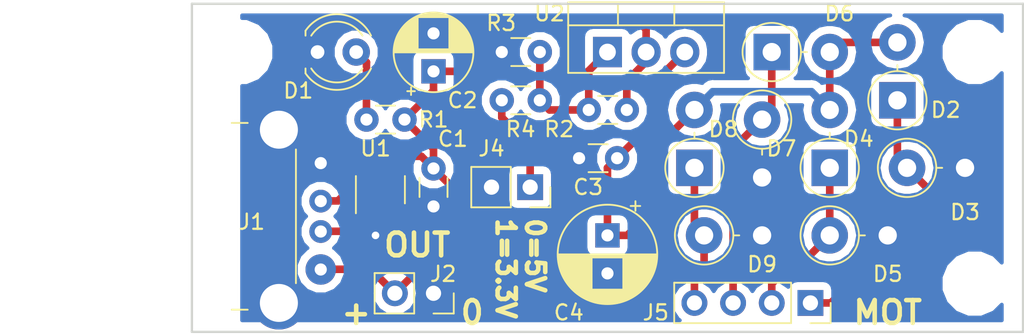
<source format=kicad_pcb>
(kicad_pcb (version 20171130) (host pcbnew 5.0.1-33cea8e~68~ubuntu18.04.1)

  (general
    (thickness 1.6)
    (drawings 9)
    (tracks 80)
    (zones 0)
    (modules 26)
    (nets 13)
  )

  (page A4)
  (layers
    (0 F.Cu signal)
    (31 B.Cu signal)
    (32 B.Adhes user)
    (33 F.Adhes user)
    (34 B.Paste user)
    (35 F.Paste user)
    (36 B.SilkS user)
    (37 F.SilkS user)
    (38 B.Mask user)
    (39 F.Mask user)
    (40 Dwgs.User user)
    (41 Cmts.User user)
    (42 Eco1.User user)
    (43 Eco2.User user)
    (44 Edge.Cuts user)
    (45 Margin user)
    (46 B.CrtYd user)
    (47 F.CrtYd user)
    (48 B.Fab user)
    (49 F.Fab user)
  )

  (setup
    (last_trace_width 0.5)
    (trace_clearance 0.3)
    (zone_clearance 0.508)
    (zone_45_only no)
    (trace_min 0.2)
    (segment_width 0.2)
    (edge_width 0.15)
    (via_size 1)
    (via_drill 0.5)
    (via_min_size 0.4)
    (via_min_drill 0.3)
    (uvia_size 0.3)
    (uvia_drill 0.1)
    (uvias_allowed no)
    (uvia_min_size 0.2)
    (uvia_min_drill 0.1)
    (pcb_text_width 0.3)
    (pcb_text_size 1.5 1.5)
    (mod_edge_width 0.15)
    (mod_text_size 1 1)
    (mod_text_width 0.15)
    (pad_size 1.524 1.524)
    (pad_drill 0.762)
    (pad_to_mask_clearance 0.051)
    (solder_mask_min_width 0.25)
    (aux_axis_origin 0 0)
    (visible_elements FFFFFF7F)
    (pcbplotparams
      (layerselection 0x010fc_ffffffff)
      (usegerberextensions false)
      (usegerberattributes false)
      (usegerberadvancedattributes false)
      (creategerberjobfile false)
      (excludeedgelayer true)
      (linewidth 0.100000)
      (plotframeref false)
      (viasonmask false)
      (mode 1)
      (useauxorigin false)
      (hpglpennumber 1)
      (hpglpenspeed 20)
      (hpglpendiameter 15.000000)
      (psnegative false)
      (psa4output false)
      (plotreference true)
      (plotvalue true)
      (plotinvisibletext false)
      (padsonsilk false)
      (subtractmaskfromsilk false)
      (outputformat 1)
      (mirror false)
      (drillshape 1)
      (scaleselection 1)
      (outputdirectory ""))
  )

  (net 0 "")
  (net 1 "Net-(C1-Pad1)")
  (net 2 "Net-(C1-Pad2)")
  (net 3 "Net-(C3-Pad1)")
  (net 4 "Net-(D1-Pad2)")
  (net 5 "Net-(D2-Pad1)")
  (net 6 "Net-(D4-Pad1)")
  (net 7 "Net-(D6-Pad1)")
  (net 8 "Net-(D8-Pad1)")
  (net 9 "Net-(J1-Pad2)")
  (net 10 "Net-(J1-Pad3)")
  (net 11 "Net-(J4-Pad1)")
  (net 12 "Net-(R2-Pad2)")

  (net_class Default "This is the default net class."
    (clearance 0.3)
    (trace_width 0.5)
    (via_dia 1)
    (via_drill 0.5)
    (uvia_dia 0.3)
    (uvia_drill 0.1)
    (add_net "Net-(C1-Pad1)")
    (add_net "Net-(C1-Pad2)")
    (add_net "Net-(C3-Pad1)")
    (add_net "Net-(D1-Pad2)")
    (add_net "Net-(D2-Pad1)")
    (add_net "Net-(D4-Pad1)")
    (add_net "Net-(D6-Pad1)")
    (add_net "Net-(D8-Pad1)")
    (add_net "Net-(J1-Pad2)")
    (add_net "Net-(J1-Pad3)")
    (add_net "Net-(J4-Pad1)")
    (add_net "Net-(R2-Pad2)")
  )

  (module Package_TO_SOT_THT:TO-220-3_Vertical (layer F.Cu) (tedit 5BFDADD7) (tstamp 5C090114)
    (at 93.98 53.34)
    (descr "TO-220-3, Vertical, RM 2.54mm, see https://www.vishay.com/docs/66542/to-220-1.pdf")
    (tags "TO-220-3 Vertical RM 2.54mm")
    (path /5BEF63E5)
    (fp_text reference U2 (at -3.81 -2.54) (layer F.SilkS)
      (effects (font (size 1 1) (thickness 0.15)))
    )
    (fp_text value LM317_3PinPackage (at 2.54 2.5) (layer F.Fab) hide
      (effects (font (size 1 1) (thickness 0.15)))
    )
    (fp_line (start -2.46 -3.15) (end -2.46 1.25) (layer F.Fab) (width 0.1))
    (fp_line (start -2.46 1.25) (end 7.54 1.25) (layer F.Fab) (width 0.1))
    (fp_line (start 7.54 1.25) (end 7.54 -3.15) (layer F.Fab) (width 0.1))
    (fp_line (start 7.54 -3.15) (end -2.46 -3.15) (layer F.Fab) (width 0.1))
    (fp_line (start -2.46 -1.88) (end 7.54 -1.88) (layer F.Fab) (width 0.1))
    (fp_line (start 0.69 -3.15) (end 0.69 -1.88) (layer F.Fab) (width 0.1))
    (fp_line (start 4.39 -3.15) (end 4.39 -1.88) (layer F.Fab) (width 0.1))
    (fp_line (start -2.58 -3.27) (end 7.66 -3.27) (layer F.SilkS) (width 0.12))
    (fp_line (start -2.58 1.371) (end 7.66 1.371) (layer F.SilkS) (width 0.12))
    (fp_line (start -2.58 -3.27) (end -2.58 1.371) (layer F.SilkS) (width 0.12))
    (fp_line (start 7.66 -3.27) (end 7.66 1.371) (layer F.SilkS) (width 0.12))
    (fp_line (start -2.58 -1.76) (end 7.66 -1.76) (layer F.SilkS) (width 0.12))
    (fp_line (start 0.69 -3.27) (end 0.69 -1.76) (layer F.SilkS) (width 0.12))
    (fp_line (start 4.391 -3.27) (end 4.391 -1.76) (layer F.SilkS) (width 0.12))
    (fp_line (start -2.71 -3.4) (end -2.71 1.51) (layer F.CrtYd) (width 0.05))
    (fp_line (start -2.71 1.51) (end 7.79 1.51) (layer F.CrtYd) (width 0.05))
    (fp_line (start 7.79 1.51) (end 7.79 -3.4) (layer F.CrtYd) (width 0.05))
    (fp_line (start 7.79 -3.4) (end -2.71 -3.4) (layer F.CrtYd) (width 0.05))
    (fp_text user %R (at 2.54 -4.27) (layer F.Fab) hide
      (effects (font (size 1 1) (thickness 0.15)))
    )
    (pad 1 thru_hole rect (at 0 0) (size 1.905 2) (drill 1.1) (layers *.Cu *.Mask)
      (net 12 "Net-(R2-Pad2)"))
    (pad 2 thru_hole oval (at 2.54 0) (size 1.905 2) (drill 1.1) (layers *.Cu *.Mask)
      (net 1 "Net-(C1-Pad1)"))
    (pad 3 thru_hole oval (at 5.08 0) (size 1.905 2) (drill 1.1) (layers *.Cu *.Mask)
      (net 3 "Net-(C3-Pad1)"))
    (model ${KISYS3DMOD}/Package_TO_SOT_THT.3dshapes/TO-220-3_Vertical.wrl
      (at (xyz 0 0 0))
      (scale (xyz 1 1 1))
      (rotate (xyz 0 0 0))
    )
  )

  (module MountingHole:MountingHole_3.2mm_M3_DIN965 (layer F.Cu) (tedit 5BFDAE6D) (tstamp 5C085E2A)
    (at 69.85 53.34)
    (descr "Mounting Hole 3.2mm, no annular, M3, DIN965")
    (tags "mounting hole 3.2mm no annular m3 din965")
    (attr virtual)
    (fp_text reference REF** (at 0 -3.8) (layer F.SilkS) hide
      (effects (font (size 1 1) (thickness 0.15)))
    )
    (fp_text value MountingHole_3.2mm_M3_DIN965 (at 0 3.8) (layer F.Fab) hide
      (effects (font (size 1 1) (thickness 0.15)))
    )
    (fp_text user %R (at 0.3 0) (layer F.Fab) hide
      (effects (font (size 1 1) (thickness 0.15)))
    )
    (fp_circle (center 0 0) (end 2.8 0) (layer Cmts.User) (width 0.15))
    (fp_circle (center 0 0) (end 3.05 0) (layer F.CrtYd) (width 0.05))
    (pad 1 np_thru_hole circle (at 0 0) (size 3.2 3.2) (drill 3.2) (layers *.Cu *.Mask))
  )

  (module MountingHole:MountingHole_3.2mm_M3_DIN965 (layer F.Cu) (tedit 5BFDAF34) (tstamp 5C083A4E)
    (at 118.11 68.58 90)
    (descr "Mounting Hole 3.2mm, no annular, M3, DIN965")
    (tags "mounting hole 3.2mm no annular m3 din965")
    (attr virtual)
    (fp_text reference REF** (at 0 -3.8 90) (layer F.SilkS) hide
      (effects (font (size 1 1) (thickness 0.15)))
    )
    (fp_text value MountingHole_3.2mm_M3_DIN965 (at 0 3.8 90) (layer F.Fab) hide
      (effects (font (size 1 1) (thickness 0.15)))
    )
    (fp_text user %R (at 0.3 0 90) (layer F.Fab) hide
      (effects (font (size 1 1) (thickness 0.15)))
    )
    (fp_circle (center 0 0) (end 2.8 0) (layer Cmts.User) (width 0.15))
    (fp_circle (center 0 0) (end 3.05 0) (layer F.CrtYd) (width 0.05))
    (pad 1 np_thru_hole circle (at 0 0 90) (size 3.2 3.2) (drill 3.2) (layers *.Cu *.Mask))
  )

  (module Capacitor_THT:C_Disc_D3.0mm_W1.6mm_P2.50mm (layer F.Cu) (tedit 5BFB07AB) (tstamp 5BFB1448)
    (at 82.55 61 270)
    (descr "C, Disc series, Radial, pin pitch=2.50mm, , diameter*width=3.0*1.6mm^2, Capacitor, http://www.vishay.com/docs/45233/krseries.pdf")
    (tags "C Disc series Radial pin pitch 2.50mm  diameter 3.0mm width 1.6mm Capacitor")
    (path /5BFA9BEA)
    (fp_text reference C1 (at -1.945 -1.27) (layer F.SilkS)
      (effects (font (size 1 1) (thickness 0.15)))
    )
    (fp_text value 100nF (at 1.25 2.05 270) (layer F.Fab) hide
      (effects (font (size 1 1) (thickness 0.15)))
    )
    (fp_line (start -0.25 -0.8) (end -0.25 0.8) (layer F.Fab) (width 0.1))
    (fp_line (start -0.25 0.8) (end 2.75 0.8) (layer F.Fab) (width 0.1))
    (fp_line (start 2.75 0.8) (end 2.75 -0.8) (layer F.Fab) (width 0.1))
    (fp_line (start 2.75 -0.8) (end -0.25 -0.8) (layer F.Fab) (width 0.1))
    (fp_line (start 0.621 -0.92) (end 1.879 -0.92) (layer F.SilkS) (width 0.12))
    (fp_line (start 0.621 0.92) (end 1.879 0.92) (layer F.SilkS) (width 0.12))
    (fp_line (start -1.05 -1.05) (end -1.05 1.05) (layer F.CrtYd) (width 0.05))
    (fp_line (start -1.05 1.05) (end 3.55 1.05) (layer F.CrtYd) (width 0.05))
    (fp_line (start 3.55 1.05) (end 3.55 -1.05) (layer F.CrtYd) (width 0.05))
    (fp_line (start 3.55 -1.05) (end -1.05 -1.05) (layer F.CrtYd) (width 0.05))
    (fp_text user %R (at 1.25 0 270) (layer F.Fab) hide
      (effects (font (size 0.6 0.6) (thickness 0.09)))
    )
    (pad 1 thru_hole circle (at 0 0 270) (size 1.6 1.6) (drill 0.8) (layers *.Cu *.Mask)
      (net 1 "Net-(C1-Pad1)"))
    (pad 2 thru_hole circle (at 2.5 0 270) (size 1.6 1.6) (drill 0.8) (layers *.Cu *.Mask)
      (net 2 "Net-(C1-Pad2)"))
    (model ${KISYS3DMOD}/Capacitor_THT.3dshapes/C_Disc_D3.0mm_W1.6mm_P2.50mm.wrl
      (at (xyz 0 0 0))
      (scale (xyz 1 1 1))
      (rotate (xyz 0 0 0))
    )
  )

  (module Capacitor_THT:C_Disc_D3.0mm_W1.6mm_P2.50mm (layer F.Cu) (tedit 5BFB0663) (tstamp 5BFA5441)
    (at 94.615 60.325 180)
    (descr "C, Disc series, Radial, pin pitch=2.50mm, , diameter*width=3.0*1.6mm^2, Capacitor, http://www.vishay.com/docs/45233/krseries.pdf")
    (tags "C Disc series Radial pin pitch 2.50mm  diameter 3.0mm width 1.6mm Capacitor")
    (path /5BEF4EE2)
    (fp_text reference C3 (at 1.905 -1.905 180) (layer F.SilkS)
      (effects (font (size 1 1) (thickness 0.15)))
    )
    (fp_text value 100nF (at 1.25 2.05 180) (layer F.Fab) hide
      (effects (font (size 1 1) (thickness 0.15)))
    )
    (fp_text user %R (at 1.25 2.704999 180) (layer F.Fab) hide
      (effects (font (size 0.6 0.6) (thickness 0.09)))
    )
    (fp_line (start 3.55 -1.05) (end -1.05 -1.05) (layer F.CrtYd) (width 0.05))
    (fp_line (start 3.55 1.05) (end 3.55 -1.05) (layer F.CrtYd) (width 0.05))
    (fp_line (start -1.05 1.05) (end 3.55 1.05) (layer F.CrtYd) (width 0.05))
    (fp_line (start -1.05 -1.05) (end -1.05 1.05) (layer F.CrtYd) (width 0.05))
    (fp_line (start 0.621 0.92) (end 1.879 0.92) (layer F.SilkS) (width 0.12))
    (fp_line (start 0.621 -0.92) (end 1.879 -0.92) (layer F.SilkS) (width 0.12))
    (fp_line (start 2.75 -0.8) (end -0.25 -0.8) (layer F.Fab) (width 0.1))
    (fp_line (start 2.75 0.8) (end 2.75 -0.8) (layer F.Fab) (width 0.1))
    (fp_line (start -0.25 0.8) (end 2.75 0.8) (layer F.Fab) (width 0.1))
    (fp_line (start -0.25 -0.8) (end -0.25 0.8) (layer F.Fab) (width 0.1))
    (pad 2 thru_hole circle (at 2.5 0 180) (size 1.6 1.6) (drill 0.8) (layers *.Cu *.Mask)
      (net 2 "Net-(C1-Pad2)"))
    (pad 1 thru_hole circle (at 0 0 180) (size 1.6 1.6) (drill 0.8) (layers *.Cu *.Mask)
      (net 3 "Net-(C3-Pad1)"))
    (model ${KISYS3DMOD}/Capacitor_THT.3dshapes/C_Disc_D3.0mm_W1.6mm_P2.50mm.wrl
      (at (xyz 0 0 0))
      (scale (xyz 1 1 1))
      (rotate (xyz 0 0 0))
    )
  )

  (module LED_THT:LED_D4.0mm (layer F.Cu) (tedit 5BFB068A) (tstamp 5BFA554A)
    (at 74.93 53.34)
    (descr "LED, diameter 4.0mm, 2 pins, http://www.kingbright.com/attachments/file/psearch/000/00/00/L-43GD(Ver.12B).pdf")
    (tags "LED diameter 4.0mm 2 pins")
    (path /5BF10654)
    (fp_text reference D1 (at -1.27 2.54) (layer F.SilkS)
      (effects (font (size 1 1) (thickness 0.15)))
    )
    (fp_text value LED (at 1.27 3.46) (layer F.Fab) hide
      (effects (font (size 1 1) (thickness 0.15)))
    )
    (fp_arc (start 1.27 0) (end -0.73 -1.32665) (angle 292.9) (layer F.Fab) (width 0.1))
    (fp_arc (start 1.27 0) (end -0.79 -1.398749) (angle 120.1) (layer F.SilkS) (width 0.12))
    (fp_arc (start 1.27 0) (end -0.79 1.398749) (angle -120.1) (layer F.SilkS) (width 0.12))
    (fp_arc (start 1.27 0) (end -0.41333 -1.08) (angle 114.6) (layer F.SilkS) (width 0.12))
    (fp_arc (start 1.27 0) (end -0.41333 1.08) (angle -114.6) (layer F.SilkS) (width 0.12))
    (fp_circle (center 1.27 0) (end 3.27 0) (layer F.Fab) (width 0.1))
    (fp_line (start -0.73 -1.32665) (end -0.73 1.32665) (layer F.Fab) (width 0.1))
    (fp_line (start -0.79 -1.399) (end -0.79 -1.08) (layer F.SilkS) (width 0.12))
    (fp_line (start -0.79 1.08) (end -0.79 1.399) (layer F.SilkS) (width 0.12))
    (fp_line (start -1.45 -2.75) (end -1.45 2.75) (layer F.CrtYd) (width 0.05))
    (fp_line (start -1.45 2.75) (end 4 2.75) (layer F.CrtYd) (width 0.05))
    (fp_line (start 4 2.75) (end 4 -2.75) (layer F.CrtYd) (width 0.05))
    (fp_line (start 4 -2.75) (end -1.45 -2.75) (layer F.CrtYd) (width 0.05))
    (pad 1 thru_hole rect (at 0 0) (size 1.8 1.8) (drill 0.9) (layers *.Cu *.Mask)
      (net 2 "Net-(C1-Pad2)"))
    (pad 2 thru_hole circle (at 2.54 0) (size 1.8 1.8) (drill 0.9) (layers *.Cu *.Mask)
      (net 4 "Net-(D1-Pad2)"))
    (model ${KISYS3DMOD}/LED_THT.3dshapes/LED_D4.0mm.wrl
      (at (xyz 0 0 0))
      (scale (xyz 1 1 1))
      (rotate (xyz 0 0 0))
    )
  )

  (module Connector_PinSocket_2.54mm:PinSocket_1x02_P2.54mm_Vertical (layer F.Cu) (tedit 5BFB0797) (tstamp 5BFA843B)
    (at 82.55 69.215 270)
    (descr "Through hole straight socket strip, 1x02, 2.54mm pitch, single row (from Kicad 4.0.7), script generated")
    (tags "Through hole socket strip THT 1x02 2.54mm single row")
    (path /5BF1395D)
    (fp_text reference J2 (at -1.27 -0.635) (layer F.SilkS)
      (effects (font (size 1 1) (thickness 0.15)))
    )
    (fp_text value Screw_Terminal_01x02 (at 0 5.31 270) (layer F.Fab) hide
      (effects (font (size 1 1) (thickness 0.15)))
    )
    (fp_line (start -1.27 -1.27) (end 0.635 -1.27) (layer F.Fab) (width 0.1))
    (fp_line (start 0.635 -1.27) (end 1.27 -0.635) (layer F.Fab) (width 0.1))
    (fp_line (start 1.27 -0.635) (end 1.27 3.81) (layer F.Fab) (width 0.1))
    (fp_line (start 1.27 3.81) (end -1.27 3.81) (layer F.Fab) (width 0.1))
    (fp_line (start -1.27 3.81) (end -1.27 -1.27) (layer F.Fab) (width 0.1))
    (fp_line (start -1.33 1.27) (end 1.33 1.27) (layer F.SilkS) (width 0.12))
    (fp_line (start -1.33 1.27) (end -1.33 3.87) (layer F.SilkS) (width 0.12))
    (fp_line (start -1.33 3.87) (end 1.33 3.87) (layer F.SilkS) (width 0.12))
    (fp_line (start 1.33 1.27) (end 1.33 3.87) (layer F.SilkS) (width 0.12))
    (fp_line (start 1.33 -1.33) (end 1.33 0) (layer F.SilkS) (width 0.12))
    (fp_line (start 0 -1.33) (end 1.33 -1.33) (layer F.SilkS) (width 0.12))
    (fp_line (start -1.8 -1.8) (end 1.75 -1.8) (layer F.CrtYd) (width 0.05))
    (fp_line (start 1.75 -1.8) (end 1.75 4.3) (layer F.CrtYd) (width 0.05))
    (fp_line (start 1.75 4.3) (end -1.8 4.3) (layer F.CrtYd) (width 0.05))
    (fp_line (start -1.8 4.3) (end -1.8 -1.8) (layer F.CrtYd) (width 0.05))
    (fp_text user %R (at -1.27 1.27) (layer F.Fab) hide
      (effects (font (size 1 1) (thickness 0.15)))
    )
    (pad 1 thru_hole rect (at 0 0 270) (size 1.7 1.7) (drill 1) (layers *.Cu *.Mask)
      (net 2 "Net-(C1-Pad2)"))
    (pad 2 thru_hole oval (at 0 2.54 270) (size 1.7 1.7) (drill 1) (layers *.Cu *.Mask)
      (net 1 "Net-(C1-Pad1)"))
    (model ${KISYS3DMOD}/Connector_PinSocket_2.54mm.3dshapes/PinSocket_1x02_P2.54mm_Vertical.wrl
      (at (xyz 0 0 0))
      (scale (xyz 1 1 1))
      (rotate (xyz 0 0 0))
    )
  )

  (module Connector_PinSocket_2.54mm:PinSocket_1x02_P2.54mm_Vertical (layer F.Cu) (tedit 5BFB078E) (tstamp 5BFB1DFF)
    (at 88.9 62.23 270)
    (descr "Through hole straight socket strip, 1x02, 2.54mm pitch, single row (from Kicad 4.0.7), script generated")
    (tags "Through hole socket strip THT 1x02 2.54mm single row")
    (path /5BF0D6D8)
    (fp_text reference J4 (at -2.54 2.54) (layer F.SilkS)
      (effects (font (size 1 1) (thickness 0.15)))
    )
    (fp_text value Conn_01x02_Male (at 0 5.31 270) (layer F.Fab) hide
      (effects (font (size 1 1) (thickness 0.15)))
    )
    (fp_text user %R (at 0 1.27) (layer F.Fab) hide
      (effects (font (size 1 1) (thickness 0.15)))
    )
    (fp_line (start -1.8 4.3) (end -1.8 -1.8) (layer F.CrtYd) (width 0.05))
    (fp_line (start 1.75 4.3) (end -1.8 4.3) (layer F.CrtYd) (width 0.05))
    (fp_line (start 1.75 -1.8) (end 1.75 4.3) (layer F.CrtYd) (width 0.05))
    (fp_line (start -1.8 -1.8) (end 1.75 -1.8) (layer F.CrtYd) (width 0.05))
    (fp_line (start 0 -1.33) (end 1.33 -1.33) (layer F.SilkS) (width 0.12))
    (fp_line (start 1.33 -1.33) (end 1.33 0) (layer F.SilkS) (width 0.12))
    (fp_line (start 1.33 1.27) (end 1.33 3.87) (layer F.SilkS) (width 0.12))
    (fp_line (start -1.33 3.87) (end 1.33 3.87) (layer F.SilkS) (width 0.12))
    (fp_line (start -1.33 1.27) (end -1.33 3.87) (layer F.SilkS) (width 0.12))
    (fp_line (start -1.33 1.27) (end 1.33 1.27) (layer F.SilkS) (width 0.12))
    (fp_line (start -1.27 3.81) (end -1.27 -1.27) (layer F.Fab) (width 0.1))
    (fp_line (start 1.27 3.81) (end -1.27 3.81) (layer F.Fab) (width 0.1))
    (fp_line (start 1.27 -0.635) (end 1.27 3.81) (layer F.Fab) (width 0.1))
    (fp_line (start 0.635 -1.27) (end 1.27 -0.635) (layer F.Fab) (width 0.1))
    (fp_line (start -1.27 -1.27) (end 0.635 -1.27) (layer F.Fab) (width 0.1))
    (pad 2 thru_hole oval (at 0 2.54 270) (size 1.7 1.7) (drill 1) (layers *.Cu *.Mask)
      (net 2 "Net-(C1-Pad2)"))
    (pad 1 thru_hole rect (at 0 0 270) (size 1.7 1.7) (drill 1) (layers *.Cu *.Mask)
      (net 11 "Net-(J4-Pad1)"))
    (model ${KISYS3DMOD}/Connector_PinSocket_2.54mm.3dshapes/PinSocket_1x02_P2.54mm_Vertical.wrl
      (at (xyz 0 0 0))
      (scale (xyz 1 1 1))
      (rotate (xyz 0 0 0))
    )
  )

  (module Connector_PinSocket_2.54mm:PinSocket_1x04_P2.54mm_Vertical (layer F.Cu) (tedit 5BFB0619) (tstamp 5C090013)
    (at 107.315 69.85 270)
    (descr "Through hole straight socket strip, 1x04, 2.54mm pitch, single row (from Kicad 4.0.7), script generated")
    (tags "Through hole socket strip THT 1x04 2.54mm single row")
    (path /5BF10454)
    (fp_text reference J5 (at 0.635 10.16) (layer F.SilkS)
      (effects (font (size 1 1) (thickness 0.15)))
    )
    (fp_text value Conn_01x04_Male (at 0 10.39 270) (layer F.Fab) hide
      (effects (font (size 1 1) (thickness 0.15)))
    )
    (fp_line (start -1.27 -1.27) (end 0.635 -1.27) (layer F.Fab) (width 0.1))
    (fp_line (start 0.635 -1.27) (end 1.27 -0.635) (layer F.Fab) (width 0.1))
    (fp_line (start 1.27 -0.635) (end 1.27 8.89) (layer F.Fab) (width 0.1))
    (fp_line (start 1.27 8.89) (end -1.27 8.89) (layer F.Fab) (width 0.1))
    (fp_line (start -1.27 8.89) (end -1.27 -1.27) (layer F.Fab) (width 0.1))
    (fp_line (start -1.33 1.27) (end 1.33 1.27) (layer F.SilkS) (width 0.12))
    (fp_line (start -1.33 1.27) (end -1.33 8.95) (layer F.SilkS) (width 0.12))
    (fp_line (start -1.33 8.95) (end 1.33 8.95) (layer F.SilkS) (width 0.12))
    (fp_line (start 1.33 1.27) (end 1.33 8.95) (layer F.SilkS) (width 0.12))
    (fp_line (start 1.33 -1.33) (end 1.33 0) (layer F.SilkS) (width 0.12))
    (fp_line (start 0 -1.33) (end 1.33 -1.33) (layer F.SilkS) (width 0.12))
    (fp_line (start -1.8 -1.8) (end 1.75 -1.8) (layer F.CrtYd) (width 0.05))
    (fp_line (start 1.75 -1.8) (end 1.75 9.4) (layer F.CrtYd) (width 0.05))
    (fp_line (start 1.75 9.4) (end -1.8 9.4) (layer F.CrtYd) (width 0.05))
    (fp_line (start -1.8 9.4) (end -1.8 -1.8) (layer F.CrtYd) (width 0.05))
    (fp_text user %R (at 0 3.81) (layer F.Fab)
      (effects (font (size 1 1) (thickness 0.15)))
    )
    (pad 1 thru_hole rect (at 0 0 270) (size 1.7 1.7) (drill 1) (layers *.Cu *.Mask)
      (net 5 "Net-(D2-Pad1)"))
    (pad 2 thru_hole oval (at 0 2.54 270) (size 1.7 1.7) (drill 1) (layers *.Cu *.Mask)
      (net 6 "Net-(D4-Pad1)"))
    (pad 3 thru_hole oval (at 0 5.08 270) (size 1.7 1.7) (drill 1) (layers *.Cu *.Mask)
      (net 7 "Net-(D6-Pad1)"))
    (pad 4 thru_hole oval (at 0 7.62 270) (size 1.7 1.7) (drill 1) (layers *.Cu *.Mask)
      (net 8 "Net-(D8-Pad1)"))
    (model ${KISYS3DMOD}/Connector_PinSocket_2.54mm.3dshapes/PinSocket_1x04_P2.54mm_Vertical.wrl
      (at (xyz 0 0 0))
      (scale (xyz 1 1 1))
      (rotate (xyz 0 0 0))
    )
  )

  (module Capacitor_THT:C_Disc_D3.0mm_W1.6mm_P2.50mm (layer F.Cu) (tedit 5BFB07A7) (tstamp 5BFA56DD)
    (at 80.645 57.785 180)
    (descr "C, Disc series, Radial, pin pitch=2.50mm, , diameter*width=3.0*1.6mm^2, Capacitor, http://www.vishay.com/docs/45233/krseries.pdf")
    (tags "C Disc series Radial pin pitch 2.50mm  diameter 3.0mm width 1.6mm Capacitor")
    (path /5BF1051B)
    (fp_text reference R1 (at -1.905 0 180) (layer F.SilkS)
      (effects (font (size 1 1) (thickness 0.15)))
    )
    (fp_text value 1K (at 1.25 2.05 180) (layer F.Fab) hide
      (effects (font (size 1 1) (thickness 0.15)))
    )
    (fp_text user %R (at 1.25 0 180) (layer F.Fab) hide
      (effects (font (size 0.6 0.6) (thickness 0.09)))
    )
    (fp_line (start 3.55 -1.05) (end -1.05 -1.05) (layer F.CrtYd) (width 0.05))
    (fp_line (start 3.55 1.05) (end 3.55 -1.05) (layer F.CrtYd) (width 0.05))
    (fp_line (start -1.05 1.05) (end 3.55 1.05) (layer F.CrtYd) (width 0.05))
    (fp_line (start -1.05 -1.05) (end -1.05 1.05) (layer F.CrtYd) (width 0.05))
    (fp_line (start 0.621 0.92) (end 1.879 0.92) (layer F.SilkS) (width 0.12))
    (fp_line (start 0.621 -0.92) (end 1.879 -0.92) (layer F.SilkS) (width 0.12))
    (fp_line (start 2.75 -0.8) (end -0.25 -0.8) (layer F.Fab) (width 0.1))
    (fp_line (start 2.75 0.8) (end 2.75 -0.8) (layer F.Fab) (width 0.1))
    (fp_line (start -0.25 0.8) (end 2.75 0.8) (layer F.Fab) (width 0.1))
    (fp_line (start -0.25 -0.8) (end -0.25 0.8) (layer F.Fab) (width 0.1))
    (pad 2 thru_hole circle (at 2.5 0 180) (size 1.6 1.6) (drill 0.8) (layers *.Cu *.Mask)
      (net 4 "Net-(D1-Pad2)"))
    (pad 1 thru_hole circle (at 0 0 180) (size 1.6 1.6) (drill 0.8) (layers *.Cu *.Mask)
      (net 1 "Net-(C1-Pad1)"))
    (model ${KISYS3DMOD}/Capacitor_THT.3dshapes/C_Disc_D3.0mm_W1.6mm_P2.50mm.wrl
      (at (xyz 0 0 0))
      (scale (xyz 1 1 1))
      (rotate (xyz 0 0 0))
    )
  )

  (module Capacitor_THT:C_Disc_D3.0mm_W1.6mm_P2.50mm (layer F.Cu) (tedit 5BFB973D) (tstamp 5BFB0836)
    (at 95.25 57.15 180)
    (descr "C, Disc series, Radial, pin pitch=2.50mm, , diameter*width=3.0*1.6mm^2, Capacitor, http://www.vishay.com/docs/45233/krseries.pdf")
    (tags "C Disc series Radial pin pitch 2.50mm  diameter 3.0mm width 1.6mm Capacitor")
    (path /5BF01A29)
    (fp_text reference R2 (at 4.445 -1.27 180) (layer F.SilkS)
      (effects (font (size 1 1) (thickness 0.15)))
    )
    (fp_text value 330R (at 1.25 2.05 180) (layer F.Fab) hide
      (effects (font (size 1 1) (thickness 0.15)))
    )
    (fp_line (start -0.25 -0.8) (end -0.25 0.8) (layer F.Fab) (width 0.1))
    (fp_line (start -0.25 0.8) (end 2.75 0.8) (layer F.Fab) (width 0.1))
    (fp_line (start 2.75 0.8) (end 2.75 -0.8) (layer F.Fab) (width 0.1))
    (fp_line (start 2.75 -0.8) (end -0.25 -0.8) (layer F.Fab) (width 0.1))
    (fp_line (start 0.621 -0.92) (end 1.879 -0.92) (layer F.SilkS) (width 0.12))
    (fp_line (start 0.621 0.92) (end 1.879 0.92) (layer F.SilkS) (width 0.12))
    (fp_line (start -1.05 -1.05) (end -1.05 1.05) (layer F.CrtYd) (width 0.05))
    (fp_line (start -1.05 1.05) (end 3.55 1.05) (layer F.CrtYd) (width 0.05))
    (fp_line (start 3.55 1.05) (end 3.55 -1.05) (layer F.CrtYd) (width 0.05))
    (fp_line (start 3.55 -1.05) (end -1.05 -1.05) (layer F.CrtYd) (width 0.05))
    (fp_text user %R (at 1.25 1.905 180) (layer F.Fab) hide
      (effects (font (size 0.6 0.6) (thickness 0.09)))
    )
    (pad 1 thru_hole circle (at 0 0 180) (size 1.6 1.6) (drill 0.8) (layers *.Cu *.Mask)
      (net 1 "Net-(C1-Pad1)"))
    (pad 2 thru_hole circle (at 2.5 0 180) (size 1.6 1.6) (drill 0.8) (layers *.Cu *.Mask)
      (net 12 "Net-(R2-Pad2)"))
    (model ${KISYS3DMOD}/Capacitor_THT.3dshapes/C_Disc_D3.0mm_W1.6mm_P2.50mm.wrl
      (at (xyz 0 0 0))
      (scale (xyz 1 1 1))
      (rotate (xyz 0 0 0))
    )
  )

  (module Capacitor_THT:C_Disc_D3.0mm_W1.6mm_P2.50mm (layer F.Cu) (tedit 5BFB079E) (tstamp 5BFA56FF)
    (at 89.535 53.34 180)
    (descr "C, Disc series, Radial, pin pitch=2.50mm, , diameter*width=3.0*1.6mm^2, Capacitor, http://www.vishay.com/docs/45233/krseries.pdf")
    (tags "C Disc series Radial pin pitch 2.50mm  diameter 3.0mm width 1.6mm Capacitor")
    (path /5BF04A4B)
    (fp_text reference R3 (at 2.54 1.905 180) (layer F.SilkS)
      (effects (font (size 1 1) (thickness 0.15)))
    )
    (fp_text value 1K (at 1.25 2.05 180) (layer F.Fab) hide
      (effects (font (size 1 1) (thickness 0.15)))
    )
    (fp_text user %R (at 1.25 0 180) (layer F.Fab) hide
      (effects (font (size 0.6 0.6) (thickness 0.09)))
    )
    (fp_line (start 3.55 -1.05) (end -1.05 -1.05) (layer F.CrtYd) (width 0.05))
    (fp_line (start 3.55 1.05) (end 3.55 -1.05) (layer F.CrtYd) (width 0.05))
    (fp_line (start -1.05 1.05) (end 3.55 1.05) (layer F.CrtYd) (width 0.05))
    (fp_line (start -1.05 -1.05) (end -1.05 1.05) (layer F.CrtYd) (width 0.05))
    (fp_line (start 0.621 0.92) (end 1.879 0.92) (layer F.SilkS) (width 0.12))
    (fp_line (start 0.621 -0.92) (end 1.879 -0.92) (layer F.SilkS) (width 0.12))
    (fp_line (start 2.75 -0.8) (end -0.25 -0.8) (layer F.Fab) (width 0.1))
    (fp_line (start 2.75 0.8) (end 2.75 -0.8) (layer F.Fab) (width 0.1))
    (fp_line (start -0.25 0.8) (end 2.75 0.8) (layer F.Fab) (width 0.1))
    (fp_line (start -0.25 -0.8) (end -0.25 0.8) (layer F.Fab) (width 0.1))
    (pad 2 thru_hole circle (at 2.5 0 180) (size 1.6 1.6) (drill 0.8) (layers *.Cu *.Mask)
      (net 2 "Net-(C1-Pad2)"))
    (pad 1 thru_hole circle (at 0 0 180) (size 1.6 1.6) (drill 0.8) (layers *.Cu *.Mask)
      (net 12 "Net-(R2-Pad2)"))
    (model ${KISYS3DMOD}/Capacitor_THT.3dshapes/C_Disc_D3.0mm_W1.6mm_P2.50mm.wrl
      (at (xyz 0 0 0))
      (scale (xyz 1 1 1))
      (rotate (xyz 0 0 0))
    )
  )

  (module Capacitor_THT:C_Disc_D3.0mm_W1.6mm_P2.50mm (layer F.Cu) (tedit 5BFB07A2) (tstamp 5BFA8208)
    (at 89.535 56.515 180)
    (descr "C, Disc series, Radial, pin pitch=2.50mm, , diameter*width=3.0*1.6mm^2, Capacitor, http://www.vishay.com/docs/45233/krseries.pdf")
    (tags "C Disc series Radial pin pitch 2.50mm  diameter 3.0mm width 1.6mm Capacitor")
    (path /5BF0D728)
    (fp_text reference R4 (at 1.27 -1.905 180) (layer F.SilkS)
      (effects (font (size 1 1) (thickness 0.15)))
    )
    (fp_text value 1.2K (at 1.25 2.05 180) (layer F.Fab) hide
      (effects (font (size 1 1) (thickness 0.15)))
    )
    (fp_line (start -0.25 -0.8) (end -0.25 0.8) (layer F.Fab) (width 0.1))
    (fp_line (start -0.25 0.8) (end 2.75 0.8) (layer F.Fab) (width 0.1))
    (fp_line (start 2.75 0.8) (end 2.75 -0.8) (layer F.Fab) (width 0.1))
    (fp_line (start 2.75 -0.8) (end -0.25 -0.8) (layer F.Fab) (width 0.1))
    (fp_line (start 0.621 -0.92) (end 1.879 -0.92) (layer F.SilkS) (width 0.12))
    (fp_line (start 0.621 0.92) (end 1.879 0.92) (layer F.SilkS) (width 0.12))
    (fp_line (start -1.05 -1.05) (end -1.05 1.05) (layer F.CrtYd) (width 0.05))
    (fp_line (start -1.05 1.05) (end 3.55 1.05) (layer F.CrtYd) (width 0.05))
    (fp_line (start 3.55 1.05) (end 3.55 -1.05) (layer F.CrtYd) (width 0.05))
    (fp_line (start 3.55 -1.05) (end -1.05 -1.05) (layer F.CrtYd) (width 0.05))
    (fp_text user %R (at 1.25 0 270) (layer F.Fab) hide
      (effects (font (size 0.6 0.6) (thickness 0.09)))
    )
    (pad 1 thru_hole circle (at 0 0 180) (size 1.6 1.6) (drill 0.8) (layers *.Cu *.Mask)
      (net 12 "Net-(R2-Pad2)"))
    (pad 2 thru_hole circle (at 2.5 0 180) (size 1.6 1.6) (drill 0.8) (layers *.Cu *.Mask)
      (net 11 "Net-(J4-Pad1)"))
    (model ${KISYS3DMOD}/Capacitor_THT.3dshapes/C_Disc_D3.0mm_W1.6mm_P2.50mm.wrl
      (at (xyz 0 0 0))
      (scale (xyz 1 1 1))
      (rotate (xyz 0 0 0))
    )
  )

  (module Package_TO_SOT_SMD:SOT-23-6 (layer F.Cu) (tedit 5BFB0D96) (tstamp 5BFA5726)
    (at 79.06 62.4 90)
    (descr "6-pin SOT-23 package")
    (tags SOT-23-6)
    (path /5BFA33CA)
    (attr smd)
    (fp_text reference U1 (at 2.71 -0.32 180) (layer F.SilkS)
      (effects (font (size 1 1) (thickness 0.15)))
    )
    (fp_text value TPS2514 (at 0 2.9 90) (layer F.Fab) hide
      (effects (font (size 1 1) (thickness 0.15)))
    )
    (fp_text user %R (at 0 0) (layer F.Fab) hide
      (effects (font (size 0.5 0.5) (thickness 0.075)))
    )
    (fp_line (start -0.9 1.61) (end 0.9 1.61) (layer F.SilkS) (width 0.12))
    (fp_line (start 0.9 -1.61) (end -1.55 -1.61) (layer F.SilkS) (width 0.12))
    (fp_line (start 1.9 -1.8) (end -1.9 -1.8) (layer F.CrtYd) (width 0.05))
    (fp_line (start 1.9 1.8) (end 1.9 -1.8) (layer F.CrtYd) (width 0.05))
    (fp_line (start -1.9 1.8) (end 1.9 1.8) (layer F.CrtYd) (width 0.05))
    (fp_line (start -1.9 -1.8) (end -1.9 1.8) (layer F.CrtYd) (width 0.05))
    (fp_line (start -0.9 -0.9) (end -0.25 -1.55) (layer F.Fab) (width 0.1))
    (fp_line (start 0.9 -1.55) (end -0.25 -1.55) (layer F.Fab) (width 0.1))
    (fp_line (start -0.9 -0.9) (end -0.9 1.55) (layer F.Fab) (width 0.1))
    (fp_line (start 0.9 1.55) (end -0.9 1.55) (layer F.Fab) (width 0.1))
    (fp_line (start 0.9 -1.55) (end 0.9 1.55) (layer F.Fab) (width 0.1))
    (pad 1 smd rect (at -1.1 -0.95 90) (size 1.06 0.65) (layers F.Cu F.Paste F.Mask)
      (net 9 "Net-(J1-Pad2)"))
    (pad 2 smd rect (at -1.1 0 90) (size 1.06 0.65) (layers F.Cu F.Paste F.Mask)
      (net 2 "Net-(C1-Pad2)"))
    (pad 3 smd rect (at -1.1 0.95 90) (size 1.06 0.65) (layers F.Cu F.Paste F.Mask))
    (pad 4 smd rect (at 1.1 0.95 90) (size 1.06 0.65) (layers F.Cu F.Paste F.Mask))
    (pad 6 smd rect (at 1.1 -0.95 90) (size 1.06 0.65) (layers F.Cu F.Paste F.Mask)
      (net 10 "Net-(J1-Pad3)"))
    (pad 5 smd rect (at 1.1 0 90) (size 1.06 0.65) (layers F.Cu F.Paste F.Mask)
      (net 1 "Net-(C1-Pad1)"))
    (model ${KISYS3DMOD}/Package_TO_SOT_SMD.3dshapes/SOT-23-6.wrl
      (at (xyz 0 0 0))
      (scale (xyz 1 1 1))
      (rotate (xyz 0 0 0))
    )
  )

  (module MountingHole:MountingHole_3.2mm_M3_DIN965 (layer F.Cu) (tedit 5BFDAE72) (tstamp 5BFB91C0)
    (at 118.11 53.34)
    (descr "Mounting Hole 3.2mm, no annular, M3, DIN965")
    (tags "mounting hole 3.2mm no annular m3 din965")
    (attr virtual)
    (fp_text reference REF** (at 0 -3.8) (layer F.SilkS) hide
      (effects (font (size 1 1) (thickness 0.15)))
    )
    (fp_text value MountingHole_3.2mm_M3_DIN965 (at 0 3.8) (layer F.Fab) hide
      (effects (font (size 1 1) (thickness 0.15)))
    )
    (fp_circle (center 0 0) (end 3.05 0) (layer F.CrtYd) (width 0.05))
    (fp_circle (center 0 0) (end 2.8 0) (layer Cmts.User) (width 0.15))
    (fp_text user %R (at 0.3 0) (layer F.Fab) hide
      (effects (font (size 1 1) (thickness 0.15)))
    )
    (pad 1 np_thru_hole circle (at 0 0) (size 3.2 3.2) (drill 3.2) (layers *.Cu *.Mask))
  )

  (module Capacitor_THT:CP_Radial_D5.0mm_P2.50mm (layer F.Cu) (tedit 5BFB9461) (tstamp 5C0824CB)
    (at 82.55 54.61 90)
    (descr "CP, Radial series, Radial, pin pitch=2.50mm, , diameter=5mm, Electrolytic Capacitor")
    (tags "CP Radial series Radial pin pitch 2.50mm  diameter 5mm Electrolytic Capacitor")
    (path /5BEF502E)
    (fp_text reference C2 (at -1.905 1.905 180) (layer F.SilkS)
      (effects (font (size 1 1) (thickness 0.15)))
    )
    (fp_text value 1uF (at 1.25 3.75 90) (layer F.Fab) hide
      (effects (font (size 1 1) (thickness 0.15)))
    )
    (fp_circle (center 1.25 0) (end 3.75 0) (layer F.Fab) (width 0.1))
    (fp_circle (center 1.25 0) (end 3.87 0) (layer F.SilkS) (width 0.12))
    (fp_circle (center 1.25 0) (end 4 0) (layer F.CrtYd) (width 0.05))
    (fp_line (start -0.883605 -1.0875) (end -0.383605 -1.0875) (layer F.Fab) (width 0.1))
    (fp_line (start -0.633605 -1.3375) (end -0.633605 -0.8375) (layer F.Fab) (width 0.1))
    (fp_line (start 1.25 -2.58) (end 1.25 2.58) (layer F.SilkS) (width 0.12))
    (fp_line (start 1.29 -2.58) (end 1.29 2.58) (layer F.SilkS) (width 0.12))
    (fp_line (start 1.33 -2.579) (end 1.33 2.579) (layer F.SilkS) (width 0.12))
    (fp_line (start 1.37 -2.578) (end 1.37 2.578) (layer F.SilkS) (width 0.12))
    (fp_line (start 1.41 -2.576) (end 1.41 2.576) (layer F.SilkS) (width 0.12))
    (fp_line (start 1.45 -2.573) (end 1.45 2.573) (layer F.SilkS) (width 0.12))
    (fp_line (start 1.49 -2.569) (end 1.49 -1.04) (layer F.SilkS) (width 0.12))
    (fp_line (start 1.49 1.04) (end 1.49 2.569) (layer F.SilkS) (width 0.12))
    (fp_line (start 1.53 -2.565) (end 1.53 -1.04) (layer F.SilkS) (width 0.12))
    (fp_line (start 1.53 1.04) (end 1.53 2.565) (layer F.SilkS) (width 0.12))
    (fp_line (start 1.57 -2.561) (end 1.57 -1.04) (layer F.SilkS) (width 0.12))
    (fp_line (start 1.57 1.04) (end 1.57 2.561) (layer F.SilkS) (width 0.12))
    (fp_line (start 1.61 -2.556) (end 1.61 -1.04) (layer F.SilkS) (width 0.12))
    (fp_line (start 1.61 1.04) (end 1.61 2.556) (layer F.SilkS) (width 0.12))
    (fp_line (start 1.65 -2.55) (end 1.65 -1.04) (layer F.SilkS) (width 0.12))
    (fp_line (start 1.65 1.04) (end 1.65 2.55) (layer F.SilkS) (width 0.12))
    (fp_line (start 1.69 -2.543) (end 1.69 -1.04) (layer F.SilkS) (width 0.12))
    (fp_line (start 1.69 1.04) (end 1.69 2.543) (layer F.SilkS) (width 0.12))
    (fp_line (start 1.73 -2.536) (end 1.73 -1.04) (layer F.SilkS) (width 0.12))
    (fp_line (start 1.73 1.04) (end 1.73 2.536) (layer F.SilkS) (width 0.12))
    (fp_line (start 1.77 -2.528) (end 1.77 -1.04) (layer F.SilkS) (width 0.12))
    (fp_line (start 1.77 1.04) (end 1.77 2.528) (layer F.SilkS) (width 0.12))
    (fp_line (start 1.81 -2.52) (end 1.81 -1.04) (layer F.SilkS) (width 0.12))
    (fp_line (start 1.81 1.04) (end 1.81 2.52) (layer F.SilkS) (width 0.12))
    (fp_line (start 1.85 -2.511) (end 1.85 -1.04) (layer F.SilkS) (width 0.12))
    (fp_line (start 1.85 1.04) (end 1.85 2.511) (layer F.SilkS) (width 0.12))
    (fp_line (start 1.89 -2.501) (end 1.89 -1.04) (layer F.SilkS) (width 0.12))
    (fp_line (start 1.89 1.04) (end 1.89 2.501) (layer F.SilkS) (width 0.12))
    (fp_line (start 1.93 -2.491) (end 1.93 -1.04) (layer F.SilkS) (width 0.12))
    (fp_line (start 1.93 1.04) (end 1.93 2.491) (layer F.SilkS) (width 0.12))
    (fp_line (start 1.971 -2.48) (end 1.971 -1.04) (layer F.SilkS) (width 0.12))
    (fp_line (start 1.971 1.04) (end 1.971 2.48) (layer F.SilkS) (width 0.12))
    (fp_line (start 2.011 -2.468) (end 2.011 -1.04) (layer F.SilkS) (width 0.12))
    (fp_line (start 2.011 1.04) (end 2.011 2.468) (layer F.SilkS) (width 0.12))
    (fp_line (start 2.051 -2.455) (end 2.051 -1.04) (layer F.SilkS) (width 0.12))
    (fp_line (start 2.051 1.04) (end 2.051 2.455) (layer F.SilkS) (width 0.12))
    (fp_line (start 2.091 -2.442) (end 2.091 -1.04) (layer F.SilkS) (width 0.12))
    (fp_line (start 2.091 1.04) (end 2.091 2.442) (layer F.SilkS) (width 0.12))
    (fp_line (start 2.131 -2.428) (end 2.131 -1.04) (layer F.SilkS) (width 0.12))
    (fp_line (start 2.131 1.04) (end 2.131 2.428) (layer F.SilkS) (width 0.12))
    (fp_line (start 2.171 -2.414) (end 2.171 -1.04) (layer F.SilkS) (width 0.12))
    (fp_line (start 2.171 1.04) (end 2.171 2.414) (layer F.SilkS) (width 0.12))
    (fp_line (start 2.211 -2.398) (end 2.211 -1.04) (layer F.SilkS) (width 0.12))
    (fp_line (start 2.211 1.04) (end 2.211 2.398) (layer F.SilkS) (width 0.12))
    (fp_line (start 2.251 -2.382) (end 2.251 -1.04) (layer F.SilkS) (width 0.12))
    (fp_line (start 2.251 1.04) (end 2.251 2.382) (layer F.SilkS) (width 0.12))
    (fp_line (start 2.291 -2.365) (end 2.291 -1.04) (layer F.SilkS) (width 0.12))
    (fp_line (start 2.291 1.04) (end 2.291 2.365) (layer F.SilkS) (width 0.12))
    (fp_line (start 2.331 -2.348) (end 2.331 -1.04) (layer F.SilkS) (width 0.12))
    (fp_line (start 2.331 1.04) (end 2.331 2.348) (layer F.SilkS) (width 0.12))
    (fp_line (start 2.371 -2.329) (end 2.371 -1.04) (layer F.SilkS) (width 0.12))
    (fp_line (start 2.371 1.04) (end 2.371 2.329) (layer F.SilkS) (width 0.12))
    (fp_line (start 2.411 -2.31) (end 2.411 -1.04) (layer F.SilkS) (width 0.12))
    (fp_line (start 2.411 1.04) (end 2.411 2.31) (layer F.SilkS) (width 0.12))
    (fp_line (start 2.451 -2.29) (end 2.451 -1.04) (layer F.SilkS) (width 0.12))
    (fp_line (start 2.451 1.04) (end 2.451 2.29) (layer F.SilkS) (width 0.12))
    (fp_line (start 2.491 -2.268) (end 2.491 -1.04) (layer F.SilkS) (width 0.12))
    (fp_line (start 2.491 1.04) (end 2.491 2.268) (layer F.SilkS) (width 0.12))
    (fp_line (start 2.531 -2.247) (end 2.531 -1.04) (layer F.SilkS) (width 0.12))
    (fp_line (start 2.531 1.04) (end 2.531 2.247) (layer F.SilkS) (width 0.12))
    (fp_line (start 2.571 -2.224) (end 2.571 -1.04) (layer F.SilkS) (width 0.12))
    (fp_line (start 2.571 1.04) (end 2.571 2.224) (layer F.SilkS) (width 0.12))
    (fp_line (start 2.611 -2.2) (end 2.611 -1.04) (layer F.SilkS) (width 0.12))
    (fp_line (start 2.611 1.04) (end 2.611 2.2) (layer F.SilkS) (width 0.12))
    (fp_line (start 2.651 -2.175) (end 2.651 -1.04) (layer F.SilkS) (width 0.12))
    (fp_line (start 2.651 1.04) (end 2.651 2.175) (layer F.SilkS) (width 0.12))
    (fp_line (start 2.691 -2.149) (end 2.691 -1.04) (layer F.SilkS) (width 0.12))
    (fp_line (start 2.691 1.04) (end 2.691 2.149) (layer F.SilkS) (width 0.12))
    (fp_line (start 2.731 -2.122) (end 2.731 -1.04) (layer F.SilkS) (width 0.12))
    (fp_line (start 2.731 1.04) (end 2.731 2.122) (layer F.SilkS) (width 0.12))
    (fp_line (start 2.771 -2.095) (end 2.771 -1.04) (layer F.SilkS) (width 0.12))
    (fp_line (start 2.771 1.04) (end 2.771 2.095) (layer F.SilkS) (width 0.12))
    (fp_line (start 2.811 -2.065) (end 2.811 -1.04) (layer F.SilkS) (width 0.12))
    (fp_line (start 2.811 1.04) (end 2.811 2.065) (layer F.SilkS) (width 0.12))
    (fp_line (start 2.851 -2.035) (end 2.851 -1.04) (layer F.SilkS) (width 0.12))
    (fp_line (start 2.851 1.04) (end 2.851 2.035) (layer F.SilkS) (width 0.12))
    (fp_line (start 2.891 -2.004) (end 2.891 -1.04) (layer F.SilkS) (width 0.12))
    (fp_line (start 2.891 1.04) (end 2.891 2.004) (layer F.SilkS) (width 0.12))
    (fp_line (start 2.931 -1.971) (end 2.931 -1.04) (layer F.SilkS) (width 0.12))
    (fp_line (start 2.931 1.04) (end 2.931 1.971) (layer F.SilkS) (width 0.12))
    (fp_line (start 2.971 -1.937) (end 2.971 -1.04) (layer F.SilkS) (width 0.12))
    (fp_line (start 2.971 1.04) (end 2.971 1.937) (layer F.SilkS) (width 0.12))
    (fp_line (start 3.011 -1.901) (end 3.011 -1.04) (layer F.SilkS) (width 0.12))
    (fp_line (start 3.011 1.04) (end 3.011 1.901) (layer F.SilkS) (width 0.12))
    (fp_line (start 3.051 -1.864) (end 3.051 -1.04) (layer F.SilkS) (width 0.12))
    (fp_line (start 3.051 1.04) (end 3.051 1.864) (layer F.SilkS) (width 0.12))
    (fp_line (start 3.091 -1.826) (end 3.091 -1.04) (layer F.SilkS) (width 0.12))
    (fp_line (start 3.091 1.04) (end 3.091 1.826) (layer F.SilkS) (width 0.12))
    (fp_line (start 3.131 -1.785) (end 3.131 -1.04) (layer F.SilkS) (width 0.12))
    (fp_line (start 3.131 1.04) (end 3.131 1.785) (layer F.SilkS) (width 0.12))
    (fp_line (start 3.171 -1.743) (end 3.171 -1.04) (layer F.SilkS) (width 0.12))
    (fp_line (start 3.171 1.04) (end 3.171 1.743) (layer F.SilkS) (width 0.12))
    (fp_line (start 3.211 -1.699) (end 3.211 -1.04) (layer F.SilkS) (width 0.12))
    (fp_line (start 3.211 1.04) (end 3.211 1.699) (layer F.SilkS) (width 0.12))
    (fp_line (start 3.251 -1.653) (end 3.251 -1.04) (layer F.SilkS) (width 0.12))
    (fp_line (start 3.251 1.04) (end 3.251 1.653) (layer F.SilkS) (width 0.12))
    (fp_line (start 3.291 -1.605) (end 3.291 -1.04) (layer F.SilkS) (width 0.12))
    (fp_line (start 3.291 1.04) (end 3.291 1.605) (layer F.SilkS) (width 0.12))
    (fp_line (start 3.331 -1.554) (end 3.331 -1.04) (layer F.SilkS) (width 0.12))
    (fp_line (start 3.331 1.04) (end 3.331 1.554) (layer F.SilkS) (width 0.12))
    (fp_line (start 3.371 -1.5) (end 3.371 -1.04) (layer F.SilkS) (width 0.12))
    (fp_line (start 3.371 1.04) (end 3.371 1.5) (layer F.SilkS) (width 0.12))
    (fp_line (start 3.411 -1.443) (end 3.411 -1.04) (layer F.SilkS) (width 0.12))
    (fp_line (start 3.411 1.04) (end 3.411 1.443) (layer F.SilkS) (width 0.12))
    (fp_line (start 3.451 -1.383) (end 3.451 -1.04) (layer F.SilkS) (width 0.12))
    (fp_line (start 3.451 1.04) (end 3.451 1.383) (layer F.SilkS) (width 0.12))
    (fp_line (start 3.491 -1.319) (end 3.491 -1.04) (layer F.SilkS) (width 0.12))
    (fp_line (start 3.491 1.04) (end 3.491 1.319) (layer F.SilkS) (width 0.12))
    (fp_line (start 3.531 -1.251) (end 3.531 -1.04) (layer F.SilkS) (width 0.12))
    (fp_line (start 3.531 1.04) (end 3.531 1.251) (layer F.SilkS) (width 0.12))
    (fp_line (start 3.571 -1.178) (end 3.571 1.178) (layer F.SilkS) (width 0.12))
    (fp_line (start 3.611 -1.098) (end 3.611 1.098) (layer F.SilkS) (width 0.12))
    (fp_line (start 3.651 -1.011) (end 3.651 1.011) (layer F.SilkS) (width 0.12))
    (fp_line (start 3.691 -0.915) (end 3.691 0.915) (layer F.SilkS) (width 0.12))
    (fp_line (start 3.731 -0.805) (end 3.731 0.805) (layer F.SilkS) (width 0.12))
    (fp_line (start 3.771 -0.677) (end 3.771 0.677) (layer F.SilkS) (width 0.12))
    (fp_line (start 3.811 -0.518) (end 3.811 0.518) (layer F.SilkS) (width 0.12))
    (fp_line (start 3.851 -0.284) (end 3.851 0.284) (layer F.SilkS) (width 0.12))
    (fp_line (start -1.554775 -1.475) (end -1.054775 -1.475) (layer F.SilkS) (width 0.12))
    (fp_line (start -1.304775 -1.725) (end -1.304775 -1.225) (layer F.SilkS) (width 0.12))
    (fp_text user %R (at 1.25 -2.54 90) (layer F.Fab) hide
      (effects (font (size 1 1) (thickness 0.15)))
    )
    (pad 1 thru_hole rect (at 0 0 90) (size 1.6 1.6) (drill 0.8) (layers *.Cu *.Mask)
      (net 1 "Net-(C1-Pad1)"))
    (pad 2 thru_hole circle (at 2.5 0 90) (size 1.6 1.6) (drill 0.8) (layers *.Cu *.Mask)
      (net 2 "Net-(C1-Pad2)"))
    (model ${KISYS3DMOD}/Capacitor_THT.3dshapes/CP_Radial_D5.0mm_P2.50mm.wrl
      (at (xyz 0 0 0))
      (scale (xyz 1 1 1))
      (rotate (xyz 0 0 0))
    )
  )

  (module Diode_THT:D_DO-15_P3.81mm_Vertical_AnodeUp (layer F.Cu) (tedit 5BFC6970) (tstamp 5C08FDF5)
    (at 113.03 56.515 90)
    (descr "Diode, DO-15 series, Axial, Vertical, pin pitch=3.81mm, , length*diameter=7.6*3.6mm^2, , http://www.diodes.com/_files/packages/DO-15.pdf")
    (tags "Diode DO-15 series Axial Vertical pin pitch 3.81mm  length 7.6mm diameter 3.6mm")
    (path /5BEF3CA4)
    (fp_text reference D2 (at -0.635 3.175 180) (layer F.SilkS)
      (effects (font (size 1 1) (thickness 0.15)))
    )
    (fp_text value DIODE (at 1.905 4.2535 90) (layer F.Fab) hide
      (effects (font (size 1 1) (thickness 0.15)))
    )
    (fp_text user A (at 1.91 1.2 90) (layer F.SilkS) hide
      (effects (font (size 1 1) (thickness 0.15)))
    )
    (fp_text user A (at 1.91 1.2 90) (layer F.Fab) hide
      (effects (font (size 1 1) (thickness 0.15)))
    )
    (fp_text user %R (at 1.905 -2.92 90) (layer F.Fab) hide
      (effects (font (size 1 1) (thickness 0.15)))
    )
    (fp_line (start 5.26 -2.05) (end -2.05 -2.05) (layer F.CrtYd) (width 0.05))
    (fp_line (start 5.26 2.05) (end 5.26 -2.05) (layer F.CrtYd) (width 0.05))
    (fp_line (start -2.05 2.05) (end 5.26 2.05) (layer F.CrtYd) (width 0.05))
    (fp_line (start -2.05 -2.05) (end -2.05 2.05) (layer F.CrtYd) (width 0.05))
    (fp_line (start 1.92 0) (end 2.31 0) (layer F.SilkS) (width 0.12))
    (fp_line (start 0 0) (end 3.81 0) (layer F.Fab) (width 0.1))
    (fp_circle (center 0 0) (end 1.92 0) (layer F.SilkS) (width 0.12))
    (fp_circle (center 0 0) (end 1.8 0) (layer F.Fab) (width 0.1))
    (pad 2 thru_hole oval (at 3.81 0 90) (size 2.4 2.4) (drill 1.2) (layers *.Cu *.Mask)
      (net 3 "Net-(C3-Pad1)"))
    (pad 1 thru_hole rect (at 0 0 90) (size 2.4 2.4) (drill 1.2) (layers *.Cu *.Mask)
      (net 5 "Net-(D2-Pad1)"))
    (model ${KISYS3DMOD}/Diode_THT.3dshapes/D_DO-15_P3.81mm_Vertical_AnodeUp.wrl
      (at (xyz 0 0 0))
      (scale (xyz 1 1 1))
      (rotate (xyz 0 0 0))
    )
  )

  (module Diode_THT:D_DO-15_P3.81mm_Vertical_KathodeUp (layer F.Cu) (tedit 5BFC696C) (tstamp 5C082629)
    (at 117.475 60.96 180)
    (descr "Diode, DO-15 series, Axial, Vertical, pin pitch=3.81mm, , length*diameter=7.6*3.6mm^2, , http://www.diodes.com/_files/packages/DO-15.pdf")
    (tags "Diode DO-15 series Axial Vertical pin pitch 3.81mm  length 7.6mm diameter 3.6mm")
    (path /5BEF3BAC)
    (fp_text reference D3 (at 0 -2.92 180) (layer F.SilkS)
      (effects (font (size 1 1) (thickness 0.15)))
    )
    (fp_text value DIODE (at 1.905 4.2535 180) (layer F.Fab) hide
      (effects (font (size 1 1) (thickness 0.15)))
    )
    (fp_circle (center 3.81 0) (end 5.61 0) (layer F.Fab) (width 0.1))
    (fp_circle (center 3.81 0) (end 5.73 0) (layer F.SilkS) (width 0.12))
    (fp_line (start 0 0) (end 3.81 0) (layer F.Fab) (width 0.1))
    (fp_line (start 1.89 0) (end 1.5 0) (layer F.SilkS) (width 0.12))
    (fp_line (start -1.45 -2.05) (end -1.45 2.05) (layer F.CrtYd) (width 0.05))
    (fp_line (start -1.45 2.05) (end 5.86 2.05) (layer F.CrtYd) (width 0.05))
    (fp_line (start 5.86 2.05) (end 5.86 -2.05) (layer F.CrtYd) (width 0.05))
    (fp_line (start 5.86 -2.05) (end -1.45 -2.05) (layer F.CrtYd) (width 0.05))
    (fp_text user %R (at 1.905 -2.92 180) (layer F.Fab) hide
      (effects (font (size 1 1) (thickness 0.15)))
    )
    (fp_text user K (at 1.9 1.2 180) (layer F.Fab) hide
      (effects (font (size 1 1) (thickness 0.15)))
    )
    (fp_text user K (at 1.9 1.2 180) (layer F.SilkS) hide
      (effects (font (size 1 1) (thickness 0.15)))
    )
    (pad 1 thru_hole rect (at 0 0 180) (size 2.4 2.4) (drill 1.2) (layers *.Cu *.Mask)
      (net 2 "Net-(C1-Pad2)"))
    (pad 2 thru_hole oval (at 3.81 0 180) (size 2.4 2.4) (drill 1.2) (layers *.Cu *.Mask)
      (net 5 "Net-(D2-Pad1)"))
    (model ${KISYS3DMOD}/Diode_THT.3dshapes/D_DO-15_P3.81mm_Vertical_KathodeUp.wrl
      (at (xyz 0 0 0))
      (scale (xyz 1 1 1))
      (rotate (xyz 0 0 0))
    )
  )

  (module Diode_THT:D_DO-15_P3.81mm_Vertical_AnodeUp (layer F.Cu) (tedit 5BFC6996) (tstamp 5C082639)
    (at 108.585 60.96 90)
    (descr "Diode, DO-15 series, Axial, Vertical, pin pitch=3.81mm, , length*diameter=7.6*3.6mm^2, , http://www.diodes.com/_files/packages/DO-15.pdf")
    (tags "Diode DO-15 series Axial Vertical pin pitch 3.81mm  length 7.6mm diameter 3.6mm")
    (path /5BEF3C72)
    (fp_text reference D4 (at 1.905 1.905 180) (layer F.SilkS)
      (effects (font (size 1 1) (thickness 0.15)))
    )
    (fp_text value DIODE (at 7.62 2.54 90) (layer F.Fab) hide
      (effects (font (size 1 1) (thickness 0.15)))
    )
    (fp_circle (center 0 0) (end 1.8 0) (layer F.Fab) (width 0.1))
    (fp_circle (center 0 0) (end 1.92 0) (layer F.SilkS) (width 0.12))
    (fp_line (start 0 0) (end 3.81 0) (layer F.Fab) (width 0.1))
    (fp_line (start 1.92 0) (end 2.31 0) (layer F.SilkS) (width 0.12))
    (fp_line (start -2.05 -2.05) (end -2.05 2.05) (layer F.CrtYd) (width 0.05))
    (fp_line (start -2.05 2.05) (end 5.26 2.05) (layer F.CrtYd) (width 0.05))
    (fp_line (start 5.26 2.05) (end 5.26 -2.05) (layer F.CrtYd) (width 0.05))
    (fp_line (start 5.26 -2.05) (end -2.05 -2.05) (layer F.CrtYd) (width 0.05))
    (fp_text user %R (at 1.905 -2.92 90) (layer F.Fab) hide
      (effects (font (size 1 1) (thickness 0.15)))
    )
    (fp_text user A (at 1.91 1.2 90) (layer F.Fab) hide
      (effects (font (size 1 1) (thickness 0.15)))
    )
    (fp_text user A (at 1.91 1.2 90) (layer F.SilkS) hide
      (effects (font (size 1 1) (thickness 0.15)))
    )
    (pad 1 thru_hole rect (at 0 0 90) (size 2.4 2.4) (drill 1.2) (layers *.Cu *.Mask)
      (net 6 "Net-(D4-Pad1)"))
    (pad 2 thru_hole oval (at 3.81 0 90) (size 2.4 2.4) (drill 1.2) (layers *.Cu *.Mask)
      (net 3 "Net-(C3-Pad1)"))
    (model ${KISYS3DMOD}/Diode_THT.3dshapes/D_DO-15_P3.81mm_Vertical_AnodeUp.wrl
      (at (xyz 0 0 0))
      (scale (xyz 1 1 1))
      (rotate (xyz 0 0 0))
    )
  )

  (module Diode_THT:D_DO-15_P3.81mm_Vertical_KathodeUp (layer F.Cu) (tedit 5BFC691A) (tstamp 5C08F990)
    (at 112.395 65.405 180)
    (descr "Diode, DO-15 series, Axial, Vertical, pin pitch=3.81mm, , length*diameter=7.6*3.6mm^2, , http://www.diodes.com/_files/packages/DO-15.pdf")
    (tags "Diode DO-15 series Axial Vertical pin pitch 3.81mm  length 7.6mm diameter 3.6mm")
    (path /5BEF3B7C)
    (fp_text reference D5 (at 0 -2.54 180) (layer F.SilkS)
      (effects (font (size 1 1) (thickness 0.15)))
    )
    (fp_text value DIODE (at 1.905 4.2535 180) (layer F.Fab) hide
      (effects (font (size 1 1) (thickness 0.15)))
    )
    (fp_circle (center 3.81 0) (end 5.61 0) (layer F.Fab) (width 0.1))
    (fp_circle (center 3.81 0) (end 5.73 0) (layer F.SilkS) (width 0.12))
    (fp_line (start 0 0) (end 3.81 0) (layer F.Fab) (width 0.1))
    (fp_line (start 1.89 0) (end 1.5 0) (layer F.SilkS) (width 0.12))
    (fp_line (start -1.45 -2.05) (end -1.45 2.05) (layer F.CrtYd) (width 0.05))
    (fp_line (start -1.45 2.05) (end 5.86 2.05) (layer F.CrtYd) (width 0.05))
    (fp_line (start 5.86 2.05) (end 5.86 -2.05) (layer F.CrtYd) (width 0.05))
    (fp_line (start 5.86 -2.05) (end -1.45 -2.05) (layer F.CrtYd) (width 0.05))
    (fp_text user %R (at 1.905 -2.92 180) (layer F.Fab) hide
      (effects (font (size 1 1) (thickness 0.15)))
    )
    (fp_text user K (at 1.9 1.2 180) (layer F.Fab) hide
      (effects (font (size 1 1) (thickness 0.15)))
    )
    (fp_text user K (at 1.9 1.2 180) (layer F.SilkS) hide
      (effects (font (size 1 1) (thickness 0.15)))
    )
    (pad 1 thru_hole rect (at 0 0 180) (size 2.4 2.4) (drill 1.2) (layers *.Cu *.Mask)
      (net 2 "Net-(C1-Pad2)"))
    (pad 2 thru_hole oval (at 3.81 0 180) (size 2.4 2.4) (drill 1.2) (layers *.Cu *.Mask)
      (net 6 "Net-(D4-Pad1)"))
    (model ${KISYS3DMOD}/Diode_THT.3dshapes/D_DO-15_P3.81mm_Vertical_KathodeUp.wrl
      (at (xyz 0 0 0))
      (scale (xyz 1 1 1))
      (rotate (xyz 0 0 0))
    )
  )

  (module Diode_THT:D_DO-15_P3.81mm_Vertical_AnodeUp (layer F.Cu) (tedit 5BFC697E) (tstamp 5C08FE57)
    (at 104.775 53.34)
    (descr "Diode, DO-15 series, Axial, Vertical, pin pitch=3.81mm, , length*diameter=7.6*3.6mm^2, , http://www.diodes.com/_files/packages/DO-15.pdf")
    (tags "Diode DO-15 series Axial Vertical pin pitch 3.81mm  length 7.6mm diameter 3.6mm")
    (path /5BEF3C30)
    (fp_text reference D6 (at 4.445 -2.54) (layer F.SilkS)
      (effects (font (size 1 1) (thickness 0.15)))
    )
    (fp_text value DIODE (at 8.89 2.54) (layer F.Fab) hide
      (effects (font (size 1 1) (thickness 0.15)))
    )
    (fp_text user A (at 1.91 1.2) (layer F.SilkS) hide
      (effects (font (size 1 1) (thickness 0.15)))
    )
    (fp_text user A (at 1.91 1.2) (layer F.Fab) hide
      (effects (font (size 1 1) (thickness 0.15)))
    )
    (fp_text user %R (at 1.905 -2.92) (layer F.Fab) hide
      (effects (font (size 1 1) (thickness 0.15)))
    )
    (fp_line (start 5.26 -2.05) (end -2.05 -2.05) (layer F.CrtYd) (width 0.05))
    (fp_line (start 5.26 2.05) (end 5.26 -2.05) (layer F.CrtYd) (width 0.05))
    (fp_line (start -2.05 2.05) (end 5.26 2.05) (layer F.CrtYd) (width 0.05))
    (fp_line (start -2.05 -2.05) (end -2.05 2.05) (layer F.CrtYd) (width 0.05))
    (fp_line (start 1.92 0) (end 2.31 0) (layer F.SilkS) (width 0.12))
    (fp_line (start 0 0) (end 3.81 0) (layer F.Fab) (width 0.1))
    (fp_circle (center 0 0) (end 1.92 0) (layer F.SilkS) (width 0.12))
    (fp_circle (center 0 0) (end 1.8 0) (layer F.Fab) (width 0.1))
    (pad 2 thru_hole oval (at 3.81 0) (size 2.4 2.4) (drill 1.2) (layers *.Cu *.Mask)
      (net 3 "Net-(C3-Pad1)"))
    (pad 1 thru_hole rect (at 0 0) (size 2.4 2.4) (drill 1.2) (layers *.Cu *.Mask)
      (net 7 "Net-(D6-Pad1)"))
    (model ${KISYS3DMOD}/Diode_THT.3dshapes/D_DO-15_P3.81mm_Vertical_AnodeUp.wrl
      (at (xyz 0 0 0))
      (scale (xyz 1 1 1))
      (rotate (xyz 0 0 0))
    )
  )

  (module Diode_THT:D_DO-15_P3.81mm_Vertical_KathodeUp (layer F.Cu) (tedit 5BFC69A4) (tstamp 5C082669)
    (at 104.14 61.595 90)
    (descr "Diode, DO-15 series, Axial, Vertical, pin pitch=3.81mm, , length*diameter=7.6*3.6mm^2, , http://www.diodes.com/_files/packages/DO-15.pdf")
    (tags "Diode DO-15 series Axial Vertical pin pitch 3.81mm  length 7.6mm diameter 3.6mm")
    (path /5BEF3B56)
    (fp_text reference D7 (at 1.905 1.27 180) (layer F.SilkS)
      (effects (font (size 1 1) (thickness 0.15)))
    )
    (fp_text value DIODE (at 1.905 4.2535 90) (layer F.Fab) hide
      (effects (font (size 1 1) (thickness 0.15)))
    )
    (fp_circle (center 3.81 0) (end 5.61 0) (layer F.Fab) (width 0.1))
    (fp_circle (center 3.81 0) (end 5.73 0) (layer F.SilkS) (width 0.12))
    (fp_line (start 0 0) (end 3.81 0) (layer F.Fab) (width 0.1))
    (fp_line (start 1.89 0) (end 1.5 0) (layer F.SilkS) (width 0.12))
    (fp_line (start -1.45 -2.05) (end -1.45 2.05) (layer F.CrtYd) (width 0.05))
    (fp_line (start -1.45 2.05) (end 5.86 2.05) (layer F.CrtYd) (width 0.05))
    (fp_line (start 5.86 2.05) (end 5.86 -2.05) (layer F.CrtYd) (width 0.05))
    (fp_line (start 5.86 -2.05) (end -1.45 -2.05) (layer F.CrtYd) (width 0.05))
    (fp_text user %R (at 1.905 -2.92 90) (layer F.Fab) hide
      (effects (font (size 1 1) (thickness 0.15)))
    )
    (fp_text user K (at 1.9 1.2 90) (layer F.Fab) hide
      (effects (font (size 1 1) (thickness 0.15)))
    )
    (fp_text user K (at 1.9 1.2 90) (layer F.SilkS) hide
      (effects (font (size 1 1) (thickness 0.15)))
    )
    (pad 1 thru_hole rect (at 0 0 90) (size 2.4 2.4) (drill 1.2) (layers *.Cu *.Mask)
      (net 2 "Net-(C1-Pad2)"))
    (pad 2 thru_hole oval (at 3.81 0 90) (size 2.4 2.4) (drill 1.2) (layers *.Cu *.Mask)
      (net 7 "Net-(D6-Pad1)"))
    (model ${KISYS3DMOD}/Diode_THT.3dshapes/D_DO-15_P3.81mm_Vertical_KathodeUp.wrl
      (at (xyz 0 0 0))
      (scale (xyz 1 1 1))
      (rotate (xyz 0 0 0))
    )
  )

  (module Diode_THT:D_DO-15_P3.81mm_Vertical_AnodeUp (layer F.Cu) (tedit 5BFC6934) (tstamp 5C08F439)
    (at 99.695 60.96 90)
    (descr "Diode, DO-15 series, Axial, Vertical, pin pitch=3.81mm, , length*diameter=7.6*3.6mm^2, , http://www.diodes.com/_files/packages/DO-15.pdf")
    (tags "Diode DO-15 series Axial Vertical pin pitch 3.81mm  length 7.6mm diameter 3.6mm")
    (path /5BEF39C9)
    (fp_text reference D8 (at 2.54 1.905 180) (layer F.SilkS)
      (effects (font (size 1 1) (thickness 0.15)))
    )
    (fp_text value DIODE (at 6.35 2.54 90) (layer F.Fab) hide
      (effects (font (size 1 1) (thickness 0.15)))
    )
    (fp_circle (center 0 0) (end 1.8 0) (layer F.Fab) (width 0.1))
    (fp_circle (center 0 0) (end 1.92 0) (layer F.SilkS) (width 0.12))
    (fp_line (start 0 0) (end 3.81 0) (layer F.Fab) (width 0.1))
    (fp_line (start 1.92 0) (end 2.31 0) (layer F.SilkS) (width 0.12))
    (fp_line (start -2.05 -2.05) (end -2.05 2.05) (layer F.CrtYd) (width 0.05))
    (fp_line (start -2.05 2.05) (end 5.26 2.05) (layer F.CrtYd) (width 0.05))
    (fp_line (start 5.26 2.05) (end 5.26 -2.05) (layer F.CrtYd) (width 0.05))
    (fp_line (start 5.26 -2.05) (end -2.05 -2.05) (layer F.CrtYd) (width 0.05))
    (fp_text user %R (at 1.905 -2.92 90) (layer F.Fab) hide
      (effects (font (size 1 1) (thickness 0.15)))
    )
    (fp_text user A (at 1.91 1.2 90) (layer F.Fab) hide
      (effects (font (size 1 1) (thickness 0.15)))
    )
    (fp_text user A (at 1.91 1.2 90) (layer F.SilkS) hide
      (effects (font (size 1 1) (thickness 0.15)))
    )
    (pad 1 thru_hole rect (at 0 0 90) (size 2.4 2.4) (drill 1.2) (layers *.Cu *.Mask)
      (net 8 "Net-(D8-Pad1)"))
    (pad 2 thru_hole oval (at 3.81 0 90) (size 2.4 2.4) (drill 1.2) (layers *.Cu *.Mask)
      (net 3 "Net-(C3-Pad1)"))
    (model ${KISYS3DMOD}/Diode_THT.3dshapes/D_DO-15_P3.81mm_Vertical_AnodeUp.wrl
      (at (xyz 0 0 0))
      (scale (xyz 1 1 1))
      (rotate (xyz 0 0 0))
    )
  )

  (module Diode_THT:D_DO-15_P3.81mm_Vertical_KathodeUp (layer F.Cu) (tedit 5BFC68F2) (tstamp 5C08FB0D)
    (at 104.14 65.405 180)
    (descr "Diode, DO-15 series, Axial, Vertical, pin pitch=3.81mm, , length*diameter=7.6*3.6mm^2, , http://www.diodes.com/_files/packages/DO-15.pdf")
    (tags "Diode DO-15 series Axial Vertical pin pitch 3.81mm  length 7.6mm diameter 3.6mm")
    (path /5BEF3894)
    (fp_text reference D9 (at 0 -1.905 180) (layer F.SilkS)
      (effects (font (size 1 1) (thickness 0.15)))
    )
    (fp_text value DIODE (at 1.905 4.2535 180) (layer F.Fab) hide
      (effects (font (size 1 1) (thickness 0.15)))
    )
    (fp_text user K (at 1.9 1.2 180) (layer F.SilkS) hide
      (effects (font (size 1 1) (thickness 0.15)))
    )
    (fp_text user K (at 1.9 1.2 180) (layer F.Fab) hide
      (effects (font (size 1 1) (thickness 0.15)))
    )
    (fp_text user %R (at 1.905 -2.92 180) (layer F.Fab) hide
      (effects (font (size 1 1) (thickness 0.15)))
    )
    (fp_line (start 5.86 -2.05) (end -1.45 -2.05) (layer F.CrtYd) (width 0.05))
    (fp_line (start 5.86 2.05) (end 5.86 -2.05) (layer F.CrtYd) (width 0.05))
    (fp_line (start -1.45 2.05) (end 5.86 2.05) (layer F.CrtYd) (width 0.05))
    (fp_line (start -1.45 -2.05) (end -1.45 2.05) (layer F.CrtYd) (width 0.05))
    (fp_line (start 1.89 0) (end 1.5 0) (layer F.SilkS) (width 0.12))
    (fp_line (start 0 0) (end 3.81 0) (layer F.Fab) (width 0.1))
    (fp_circle (center 3.81 0) (end 5.73 0) (layer F.SilkS) (width 0.12))
    (fp_circle (center 3.81 0) (end 5.61 0) (layer F.Fab) (width 0.1))
    (pad 2 thru_hole oval (at 3.81 0 180) (size 2.4 2.4) (drill 1.2) (layers *.Cu *.Mask)
      (net 8 "Net-(D8-Pad1)"))
    (pad 1 thru_hole rect (at 0 0 180) (size 2.4 2.4) (drill 1.2) (layers *.Cu *.Mask)
      (net 2 "Net-(C1-Pad2)"))
    (model ${KISYS3DMOD}/Diode_THT.3dshapes/D_DO-15_P3.81mm_Vertical_KathodeUp.wrl
      (at (xyz 0 0 0))
      (scale (xyz 1 1 1))
      (rotate (xyz 0 0 0))
    )
  )

  (module Capacitor_THT:CP_Radial_D6.3mm_P2.50mm (layer F.Cu) (tedit 5BFC65B3) (tstamp 5C08E8F3)
    (at 93.98 65.405 270)
    (descr "CP, Radial series, Radial, pin pitch=2.50mm, , diameter=6.3mm, Electrolytic Capacitor")
    (tags "CP Radial series Radial pin pitch 2.50mm  diameter 6.3mm Electrolytic Capacitor")
    (path /5BEF4FBE)
    (fp_text reference C4 (at 5.08 2.54) (layer F.SilkS)
      (effects (font (size 1 1) (thickness 0.15)))
    )
    (fp_text value 470uF (at 1.25 4.4 270) (layer F.Fab) hide
      (effects (font (size 1 1) (thickness 0.15)))
    )
    (fp_circle (center 1.25 0) (end 4.4 0) (layer F.Fab) (width 0.1))
    (fp_circle (center 1.25 0) (end 4.52 0) (layer F.SilkS) (width 0.12))
    (fp_circle (center 1.25 0) (end 4.65 0) (layer F.CrtYd) (width 0.05))
    (fp_line (start -1.443972 -1.3735) (end -0.813972 -1.3735) (layer F.Fab) (width 0.1))
    (fp_line (start -1.128972 -1.6885) (end -1.128972 -1.0585) (layer F.Fab) (width 0.1))
    (fp_line (start 1.25 -3.23) (end 1.25 3.23) (layer F.SilkS) (width 0.12))
    (fp_line (start 1.29 -3.23) (end 1.29 3.23) (layer F.SilkS) (width 0.12))
    (fp_line (start 1.33 -3.23) (end 1.33 3.23) (layer F.SilkS) (width 0.12))
    (fp_line (start 1.37 -3.228) (end 1.37 3.228) (layer F.SilkS) (width 0.12))
    (fp_line (start 1.41 -3.227) (end 1.41 3.227) (layer F.SilkS) (width 0.12))
    (fp_line (start 1.45 -3.224) (end 1.45 3.224) (layer F.SilkS) (width 0.12))
    (fp_line (start 1.49 -3.222) (end 1.49 -1.04) (layer F.SilkS) (width 0.12))
    (fp_line (start 1.49 1.04) (end 1.49 3.222) (layer F.SilkS) (width 0.12))
    (fp_line (start 1.53 -3.218) (end 1.53 -1.04) (layer F.SilkS) (width 0.12))
    (fp_line (start 1.53 1.04) (end 1.53 3.218) (layer F.SilkS) (width 0.12))
    (fp_line (start 1.57 -3.215) (end 1.57 -1.04) (layer F.SilkS) (width 0.12))
    (fp_line (start 1.57 1.04) (end 1.57 3.215) (layer F.SilkS) (width 0.12))
    (fp_line (start 1.61 -3.211) (end 1.61 -1.04) (layer F.SilkS) (width 0.12))
    (fp_line (start 1.61 1.04) (end 1.61 3.211) (layer F.SilkS) (width 0.12))
    (fp_line (start 1.65 -3.206) (end 1.65 -1.04) (layer F.SilkS) (width 0.12))
    (fp_line (start 1.65 1.04) (end 1.65 3.206) (layer F.SilkS) (width 0.12))
    (fp_line (start 1.69 -3.201) (end 1.69 -1.04) (layer F.SilkS) (width 0.12))
    (fp_line (start 1.69 1.04) (end 1.69 3.201) (layer F.SilkS) (width 0.12))
    (fp_line (start 1.73 -3.195) (end 1.73 -1.04) (layer F.SilkS) (width 0.12))
    (fp_line (start 1.73 1.04) (end 1.73 3.195) (layer F.SilkS) (width 0.12))
    (fp_line (start 1.77 -3.189) (end 1.77 -1.04) (layer F.SilkS) (width 0.12))
    (fp_line (start 1.77 1.04) (end 1.77 3.189) (layer F.SilkS) (width 0.12))
    (fp_line (start 1.81 -3.182) (end 1.81 -1.04) (layer F.SilkS) (width 0.12))
    (fp_line (start 1.81 1.04) (end 1.81 3.182) (layer F.SilkS) (width 0.12))
    (fp_line (start 1.85 -3.175) (end 1.85 -1.04) (layer F.SilkS) (width 0.12))
    (fp_line (start 1.85 1.04) (end 1.85 3.175) (layer F.SilkS) (width 0.12))
    (fp_line (start 1.89 -3.167) (end 1.89 -1.04) (layer F.SilkS) (width 0.12))
    (fp_line (start 1.89 1.04) (end 1.89 3.167) (layer F.SilkS) (width 0.12))
    (fp_line (start 1.93 -3.159) (end 1.93 -1.04) (layer F.SilkS) (width 0.12))
    (fp_line (start 1.93 1.04) (end 1.93 3.159) (layer F.SilkS) (width 0.12))
    (fp_line (start 1.971 -3.15) (end 1.971 -1.04) (layer F.SilkS) (width 0.12))
    (fp_line (start 1.971 1.04) (end 1.971 3.15) (layer F.SilkS) (width 0.12))
    (fp_line (start 2.011 -3.141) (end 2.011 -1.04) (layer F.SilkS) (width 0.12))
    (fp_line (start 2.011 1.04) (end 2.011 3.141) (layer F.SilkS) (width 0.12))
    (fp_line (start 2.051 -3.131) (end 2.051 -1.04) (layer F.SilkS) (width 0.12))
    (fp_line (start 2.051 1.04) (end 2.051 3.131) (layer F.SilkS) (width 0.12))
    (fp_line (start 2.091 -3.121) (end 2.091 -1.04) (layer F.SilkS) (width 0.12))
    (fp_line (start 2.091 1.04) (end 2.091 3.121) (layer F.SilkS) (width 0.12))
    (fp_line (start 2.131 -3.11) (end 2.131 -1.04) (layer F.SilkS) (width 0.12))
    (fp_line (start 2.131 1.04) (end 2.131 3.11) (layer F.SilkS) (width 0.12))
    (fp_line (start 2.171 -3.098) (end 2.171 -1.04) (layer F.SilkS) (width 0.12))
    (fp_line (start 2.171 1.04) (end 2.171 3.098) (layer F.SilkS) (width 0.12))
    (fp_line (start 2.211 -3.086) (end 2.211 -1.04) (layer F.SilkS) (width 0.12))
    (fp_line (start 2.211 1.04) (end 2.211 3.086) (layer F.SilkS) (width 0.12))
    (fp_line (start 2.251 -3.074) (end 2.251 -1.04) (layer F.SilkS) (width 0.12))
    (fp_line (start 2.251 1.04) (end 2.251 3.074) (layer F.SilkS) (width 0.12))
    (fp_line (start 2.291 -3.061) (end 2.291 -1.04) (layer F.SilkS) (width 0.12))
    (fp_line (start 2.291 1.04) (end 2.291 3.061) (layer F.SilkS) (width 0.12))
    (fp_line (start 2.331 -3.047) (end 2.331 -1.04) (layer F.SilkS) (width 0.12))
    (fp_line (start 2.331 1.04) (end 2.331 3.047) (layer F.SilkS) (width 0.12))
    (fp_line (start 2.371 -3.033) (end 2.371 -1.04) (layer F.SilkS) (width 0.12))
    (fp_line (start 2.371 1.04) (end 2.371 3.033) (layer F.SilkS) (width 0.12))
    (fp_line (start 2.411 -3.018) (end 2.411 -1.04) (layer F.SilkS) (width 0.12))
    (fp_line (start 2.411 1.04) (end 2.411 3.018) (layer F.SilkS) (width 0.12))
    (fp_line (start 2.451 -3.002) (end 2.451 -1.04) (layer F.SilkS) (width 0.12))
    (fp_line (start 2.451 1.04) (end 2.451 3.002) (layer F.SilkS) (width 0.12))
    (fp_line (start 2.491 -2.986) (end 2.491 -1.04) (layer F.SilkS) (width 0.12))
    (fp_line (start 2.491 1.04) (end 2.491 2.986) (layer F.SilkS) (width 0.12))
    (fp_line (start 2.531 -2.97) (end 2.531 -1.04) (layer F.SilkS) (width 0.12))
    (fp_line (start 2.531 1.04) (end 2.531 2.97) (layer F.SilkS) (width 0.12))
    (fp_line (start 2.571 -2.952) (end 2.571 -1.04) (layer F.SilkS) (width 0.12))
    (fp_line (start 2.571 1.04) (end 2.571 2.952) (layer F.SilkS) (width 0.12))
    (fp_line (start 2.611 -2.934) (end 2.611 -1.04) (layer F.SilkS) (width 0.12))
    (fp_line (start 2.611 1.04) (end 2.611 2.934) (layer F.SilkS) (width 0.12))
    (fp_line (start 2.651 -2.916) (end 2.651 -1.04) (layer F.SilkS) (width 0.12))
    (fp_line (start 2.651 1.04) (end 2.651 2.916) (layer F.SilkS) (width 0.12))
    (fp_line (start 2.691 -2.896) (end 2.691 -1.04) (layer F.SilkS) (width 0.12))
    (fp_line (start 2.691 1.04) (end 2.691 2.896) (layer F.SilkS) (width 0.12))
    (fp_line (start 2.731 -2.876) (end 2.731 -1.04) (layer F.SilkS) (width 0.12))
    (fp_line (start 2.731 1.04) (end 2.731 2.876) (layer F.SilkS) (width 0.12))
    (fp_line (start 2.771 -2.856) (end 2.771 -1.04) (layer F.SilkS) (width 0.12))
    (fp_line (start 2.771 1.04) (end 2.771 2.856) (layer F.SilkS) (width 0.12))
    (fp_line (start 2.811 -2.834) (end 2.811 -1.04) (layer F.SilkS) (width 0.12))
    (fp_line (start 2.811 1.04) (end 2.811 2.834) (layer F.SilkS) (width 0.12))
    (fp_line (start 2.851 -2.812) (end 2.851 -1.04) (layer F.SilkS) (width 0.12))
    (fp_line (start 2.851 1.04) (end 2.851 2.812) (layer F.SilkS) (width 0.12))
    (fp_line (start 2.891 -2.79) (end 2.891 -1.04) (layer F.SilkS) (width 0.12))
    (fp_line (start 2.891 1.04) (end 2.891 2.79) (layer F.SilkS) (width 0.12))
    (fp_line (start 2.931 -2.766) (end 2.931 -1.04) (layer F.SilkS) (width 0.12))
    (fp_line (start 2.931 1.04) (end 2.931 2.766) (layer F.SilkS) (width 0.12))
    (fp_line (start 2.971 -2.742) (end 2.971 -1.04) (layer F.SilkS) (width 0.12))
    (fp_line (start 2.971 1.04) (end 2.971 2.742) (layer F.SilkS) (width 0.12))
    (fp_line (start 3.011 -2.716) (end 3.011 -1.04) (layer F.SilkS) (width 0.12))
    (fp_line (start 3.011 1.04) (end 3.011 2.716) (layer F.SilkS) (width 0.12))
    (fp_line (start 3.051 -2.69) (end 3.051 -1.04) (layer F.SilkS) (width 0.12))
    (fp_line (start 3.051 1.04) (end 3.051 2.69) (layer F.SilkS) (width 0.12))
    (fp_line (start 3.091 -2.664) (end 3.091 -1.04) (layer F.SilkS) (width 0.12))
    (fp_line (start 3.091 1.04) (end 3.091 2.664) (layer F.SilkS) (width 0.12))
    (fp_line (start 3.131 -2.636) (end 3.131 -1.04) (layer F.SilkS) (width 0.12))
    (fp_line (start 3.131 1.04) (end 3.131 2.636) (layer F.SilkS) (width 0.12))
    (fp_line (start 3.171 -2.607) (end 3.171 -1.04) (layer F.SilkS) (width 0.12))
    (fp_line (start 3.171 1.04) (end 3.171 2.607) (layer F.SilkS) (width 0.12))
    (fp_line (start 3.211 -2.578) (end 3.211 -1.04) (layer F.SilkS) (width 0.12))
    (fp_line (start 3.211 1.04) (end 3.211 2.578) (layer F.SilkS) (width 0.12))
    (fp_line (start 3.251 -2.548) (end 3.251 -1.04) (layer F.SilkS) (width 0.12))
    (fp_line (start 3.251 1.04) (end 3.251 2.548) (layer F.SilkS) (width 0.12))
    (fp_line (start 3.291 -2.516) (end 3.291 -1.04) (layer F.SilkS) (width 0.12))
    (fp_line (start 3.291 1.04) (end 3.291 2.516) (layer F.SilkS) (width 0.12))
    (fp_line (start 3.331 -2.484) (end 3.331 -1.04) (layer F.SilkS) (width 0.12))
    (fp_line (start 3.331 1.04) (end 3.331 2.484) (layer F.SilkS) (width 0.12))
    (fp_line (start 3.371 -2.45) (end 3.371 -1.04) (layer F.SilkS) (width 0.12))
    (fp_line (start 3.371 1.04) (end 3.371 2.45) (layer F.SilkS) (width 0.12))
    (fp_line (start 3.411 -2.416) (end 3.411 -1.04) (layer F.SilkS) (width 0.12))
    (fp_line (start 3.411 1.04) (end 3.411 2.416) (layer F.SilkS) (width 0.12))
    (fp_line (start 3.451 -2.38) (end 3.451 -1.04) (layer F.SilkS) (width 0.12))
    (fp_line (start 3.451 1.04) (end 3.451 2.38) (layer F.SilkS) (width 0.12))
    (fp_line (start 3.491 -2.343) (end 3.491 -1.04) (layer F.SilkS) (width 0.12))
    (fp_line (start 3.491 1.04) (end 3.491 2.343) (layer F.SilkS) (width 0.12))
    (fp_line (start 3.531 -2.305) (end 3.531 -1.04) (layer F.SilkS) (width 0.12))
    (fp_line (start 3.531 1.04) (end 3.531 2.305) (layer F.SilkS) (width 0.12))
    (fp_line (start 3.571 -2.265) (end 3.571 2.265) (layer F.SilkS) (width 0.12))
    (fp_line (start 3.611 -2.224) (end 3.611 2.224) (layer F.SilkS) (width 0.12))
    (fp_line (start 3.651 -2.182) (end 3.651 2.182) (layer F.SilkS) (width 0.12))
    (fp_line (start 3.691 -2.137) (end 3.691 2.137) (layer F.SilkS) (width 0.12))
    (fp_line (start 3.731 -2.092) (end 3.731 2.092) (layer F.SilkS) (width 0.12))
    (fp_line (start 3.771 -2.044) (end 3.771 2.044) (layer F.SilkS) (width 0.12))
    (fp_line (start 3.811 -1.995) (end 3.811 1.995) (layer F.SilkS) (width 0.12))
    (fp_line (start 3.851 -1.944) (end 3.851 1.944) (layer F.SilkS) (width 0.12))
    (fp_line (start 3.891 -1.89) (end 3.891 1.89) (layer F.SilkS) (width 0.12))
    (fp_line (start 3.931 -1.834) (end 3.931 1.834) (layer F.SilkS) (width 0.12))
    (fp_line (start 3.971 -1.776) (end 3.971 1.776) (layer F.SilkS) (width 0.12))
    (fp_line (start 4.011 -1.714) (end 4.011 1.714) (layer F.SilkS) (width 0.12))
    (fp_line (start 4.051 -1.65) (end 4.051 1.65) (layer F.SilkS) (width 0.12))
    (fp_line (start 4.091 -1.581) (end 4.091 1.581) (layer F.SilkS) (width 0.12))
    (fp_line (start 4.131 -1.509) (end 4.131 1.509) (layer F.SilkS) (width 0.12))
    (fp_line (start 4.171 -1.432) (end 4.171 1.432) (layer F.SilkS) (width 0.12))
    (fp_line (start 4.211 -1.35) (end 4.211 1.35) (layer F.SilkS) (width 0.12))
    (fp_line (start 4.251 -1.262) (end 4.251 1.262) (layer F.SilkS) (width 0.12))
    (fp_line (start 4.291 -1.165) (end 4.291 1.165) (layer F.SilkS) (width 0.12))
    (fp_line (start 4.331 -1.059) (end 4.331 1.059) (layer F.SilkS) (width 0.12))
    (fp_line (start 4.371 -0.94) (end 4.371 0.94) (layer F.SilkS) (width 0.12))
    (fp_line (start 4.411 -0.802) (end 4.411 0.802) (layer F.SilkS) (width 0.12))
    (fp_line (start 4.451 -0.633) (end 4.451 0.633) (layer F.SilkS) (width 0.12))
    (fp_line (start 4.491 -0.402) (end 4.491 0.402) (layer F.SilkS) (width 0.12))
    (fp_line (start -2.250241 -1.839) (end -1.620241 -1.839) (layer F.SilkS) (width 0.12))
    (fp_line (start -1.935241 -2.154) (end -1.935241 -1.524) (layer F.SilkS) (width 0.12))
    (fp_text user %R (at 1.25 0 270) (layer F.Fab) hide
      (effects (font (size 1 1) (thickness 0.15)))
    )
    (pad 1 thru_hole rect (at 0 0 270) (size 1.6 1.6) (drill 0.8) (layers *.Cu *.Mask)
      (net 3 "Net-(C3-Pad1)"))
    (pad 2 thru_hole circle (at 2.5 0 270) (size 1.6 1.6) (drill 0.8) (layers *.Cu *.Mask)
      (net 2 "Net-(C1-Pad2)"))
    (model ${KISYS3DMOD}/Capacitor_THT.3dshapes/CP_Radial_D6.3mm_P2.50mm.wrl
      (at (xyz 0 0 0))
      (scale (xyz 1 1 1))
      (rotate (xyz 0 0 0))
    )
  )

  (module my_shit:USB_A_Female (layer F.Cu) (tedit 5BFDB4AB) (tstamp 5BFDB904)
    (at 65.49 64.15 180)
    (descr http://cnctech.us/pdfs/1001-011-01101.pdf)
    (tags USB-A)
    (path /5BFB4995)
    (attr smd)
    (fp_text reference J1 (at -5.122 -0.366 180) (layer F.SilkS)
      (effects (font (size 1 1) (thickness 0.15)))
    )
    (fp_text value USB_A (at 0 8) (layer F.Fab) hide
      (effects (font (size 1 1) (thickness 0.15)))
    )
    (fp_line (start -7.9 6.025) (end -7.9 -6.025) (layer F.Fab) (width 0.1))
    (fp_line (start -7.9 -6.025) (end 10.9 -6.025) (layer F.Fab) (width 0.1))
    (fp_line (start -7.9 6.025) (end 10.9 6.025) (layer F.Fab) (width 0.1))
    (fp_line (start 10.9 6.025) (end 10.9 -6.025) (layer F.Fab) (width 0.1))
    (fp_line (start -10.4 3.75) (end -10.4 3.25) (layer F.Fab) (width 0.1))
    (fp_line (start -10.4 3.25) (end -7.9 3.25) (layer F.Fab) (width 0.1))
    (fp_line (start -10.4 3.75) (end -7.9 3.75) (layer F.Fab) (width 0.1))
    (fp_line (start -10.4 0.75) (end -7.9 0.75) (layer F.Fab) (width 0.1))
    (fp_line (start -10.4 1.25) (end -10.4 0.75) (layer F.Fab) (width 0.1))
    (fp_line (start -10.4 1.25) (end -7.9 1.25) (layer F.Fab) (width 0.1))
    (fp_line (start -10.4 -0.75) (end -10.4 -1.25) (layer F.Fab) (width 0.1))
    (fp_line (start -10.4 -0.75) (end -7.9 -0.75) (layer F.Fab) (width 0.1))
    (fp_line (start -10.4 -1.25) (end -7.9 -1.25) (layer F.Fab) (width 0.1))
    (fp_line (start -10.4 -3.75) (end -7.9 -3.75) (layer F.Fab) (width 0.1))
    (fp_line (start -10.4 -3.25) (end -10.4 -3.75) (layer F.Fab) (width 0.1))
    (fp_line (start -10.4 -3.25) (end -7.9 -3.25) (layer F.Fab) (width 0.1))
    (fp_line (start -8.02 -4.4) (end -8.02 4.4) (layer F.SilkS) (width 0.12))
    (fp_line (start -1.016 6.025) (end -1.016 -6.025) (layer Dwgs.User) (width 0.1))
    (fp_text user "PCB Edge" (at -1.524 -0.05 270) (layer Dwgs.User)
      (effects (font (size 0.6 0.6) (thickness 0.09)))
    )
    (fp_line (start -4.85 -6.145) (end -3.8 -6.145) (layer F.SilkS) (width 0.12))
    (fp_line (start -4.85 6.145) (end -3.8 6.145) (layer F.SilkS) (width 0.12))
    (fp_line (start -11.4 6.35) (end -11.4 -6.35) (layer F.CrtYd) (width 0.05))
    (fp_line (start -11.4 -6.35) (end -9.15 -6.35) (layer F.CrtYd) (width 0.05))
    (fp_line (start -9.15 -7.15) (end -9.15 -6.35) (layer F.CrtYd) (width 0.05))
    (fp_line (start -9.15 -7.15) (end -4.65 -7.15) (layer F.CrtYd) (width 0.05))
    (fp_line (start -4.65 -6.52) (end -4.65 -7.15) (layer F.CrtYd) (width 0.05))
    (fp_line (start -4.65 -6.52) (end 11.4 -6.52) (layer F.CrtYd) (width 0.05))
    (fp_line (start 11.4 6.52) (end 11.4 -6.52) (layer F.CrtYd) (width 0.05))
    (fp_text user %R (at -6 0 270) (layer F.Fab) hide
      (effects (font (size 1 1) (thickness 0.15)))
    )
    (fp_line (start -4.65 6.52) (end 11.4 6.52) (layer F.CrtYd) (width 0.05))
    (fp_line (start -4.65 7.15) (end -4.65 6.52) (layer F.CrtYd) (width 0.05))
    (fp_line (start -9.15 7.15) (end -4.65 7.15) (layer F.CrtYd) (width 0.05))
    (fp_line (start -9.15 6.35) (end -9.15 7.15) (layer F.CrtYd) (width 0.05))
    (fp_line (start -11.4 6.35) (end -9.15 6.35) (layer F.CrtYd) (width 0.05))
    (pad 2 thru_hole circle (at -9.65 -1 180) (size 1.5 1.5) (drill 0.8) (layers *.Cu *.Mask)
      (net 9 "Net-(J1-Pad2)"))
    (pad 3 thru_hole circle (at -9.65 1 180) (size 1.5 1.5) (drill 0.8) (layers *.Cu *.Mask)
      (net 10 "Net-(J1-Pad3)"))
    (pad 1 thru_hole circle (at -9.65 -3.5 180) (size 2 2) (drill 0.8) (layers *.Cu *.Mask)
      (net 1 "Net-(C1-Pad1)"))
    (pad 4 thru_hole circle (at -9.65 3.5 180) (size 2 2) (drill 0.8) (layers *.Cu *.Mask)
      (net 2 "Net-(C1-Pad2)"))
    (pad 5 thru_hole circle (at -6.9 -5.7 180) (size 3.5 3.5) (drill 2.5) (layers *.Cu *.Mask)
      (net 2 "Net-(C1-Pad2)"))
    (pad 5 thru_hole circle (at -6.9 5.7 180) (size 3.5 3.5) (drill 2.5) (layers *.Cu *.Mask)
      (net 2 "Net-(C1-Pad2)"))
    (model ${KISYS3DMOD}/Connector_USB.3dshapes/USB_A_CNCTech_1001-011-01101_Horizontal.wrl
      (at (xyz 0 0 0))
      (scale (xyz 1 1 1))
      (rotate (xyz 0 0 0))
    )
  )

  (gr_text 0 (at 85.09 70.485) (layer F.SilkS)
    (effects (font (size 1.5 1.5) (thickness 0.3)))
  )
  (gr_text + (at 77.47 70.485) (layer F.SilkS)
    (effects (font (size 1.5 1.5) (thickness 0.3)))
  )
  (gr_text OUT (at 83.82 66.04) (layer F.SilkS) (tstamp 5C0880E1)
    (effects (font (size 1.5 1.5) (thickness 0.3)) (justify right))
  )
  (gr_text MOT (at 112.395 70.485) (layer F.SilkS)
    (effects (font (size 1.5 1.5) (thickness 0.3)))
  )
  (gr_text "0=5V\n1=3.3V" (at 88.265 64.135 270) (layer F.SilkS)
    (effects (font (size 1.2 1.2) (thickness 0.3)) (justify left))
  )
  (gr_line (start 66.675 50.165) (end 121.285 50.165) (layer Edge.Cuts) (width 0.15))
  (gr_line (start 66.675 71.755) (end 66.675 50.165) (layer Edge.Cuts) (width 0.15))
  (gr_line (start 121.285 71.755) (end 66.675 71.755) (layer Edge.Cuts) (width 0.15) (tstamp 5C08719D))
  (gr_line (start 121.285 50.165) (end 121.285 71.755) (layer Edge.Cuts) (width 0.15))

  (segment (start 96.354992 53.505008) (end 96.354992 54.140008) (width 0.5) (layer F.Cu) (net 1))
  (segment (start 96.52 53.34) (end 96.354992 53.505008) (width 0.5) (layer F.Cu) (net 1))
  (segment (start 95.25 55.245) (end 95.25 57.15) (width 0.5) (layer F.Cu) (net 1))
  (segment (start 96.354992 54.140008) (end 95.25 55.245) (width 0.5) (layer F.Cu) (net 1))
  (segment (start 96.52 51.84) (end 96.115 51.435) (width 0.5) (layer F.Cu) (net 1))
  (segment (start 96.52 53.34) (end 96.52 51.84) (width 0.5) (layer F.Cu) (net 1))
  (segment (start 96.115 51.435) (end 85.725 51.435) (width 0.5) (layer F.Cu) (net 1))
  (segment (start 85.725 51.435) (end 84.455 52.705) (width 0.5) (layer F.Cu) (net 1))
  (segment (start 84.455 52.705) (end 84.455 54.61) (width 0.5) (layer F.Cu) (net 1))
  (segment (start 84.455 54.61) (end 82.55 54.61) (width 0.5) (layer F.Cu) (net 1))
  (segment (start 82.55 55.88) (end 80.645 57.785) (width 0.5) (layer F.Cu) (net 1))
  (segment (start 82.55 54.61) (end 82.55 55.88) (width 0.5) (layer F.Cu) (net 1))
  (segment (start 80.645 57.785) (end 82.55 59.69) (width 0.5) (layer F.Cu) (net 1))
  (segment (start 82.55 59.69) (end 82.55 61) (width 0.5) (layer F.Cu) (net 1))
  (segment (start 79.06 60.27) (end 79.06 61.3) (width 0.5) (layer F.Cu) (net 1))
  (segment (start 79.129999 60.200001) (end 79.06 60.27) (width 0.5) (layer F.Cu) (net 1))
  (segment (start 81.750001 60.200001) (end 79.129999 60.200001) (width 0.5) (layer F.Cu) (net 1))
  (segment (start 82.55 61) (end 81.750001 60.200001) (width 0.5) (layer F.Cu) (net 1))
  (segment (start 82.55 61) (end 84.455 62.905) (width 0.5) (layer F.Cu) (net 1))
  (segment (start 84.455 64.77) (end 80.01 69.215) (width 0.5) (layer F.Cu) (net 1))
  (segment (start 84.455 62.905) (end 84.455 64.77) (width 0.5) (layer F.Cu) (net 1))
  (segment (start 78.43 67.635) (end 75.055 67.635) (width 0.5) (layer F.Cu) (net 1))
  (segment (start 80.01 69.215) (end 78.43 67.635) (width 0.5) (layer F.Cu) (net 1))
  (via (at 78.74 65.405) (size 1) (drill 0.5) (layers F.Cu B.Cu) (net 2))
  (segment (start 79.06 63.5) (end 79.06 65.085) (width 0.5) (layer F.Cu) (net 2))
  (segment (start 79.06 65.085) (end 78.74 65.405) (width 0.5) (layer F.Cu) (net 2))
  (segment (start 109.22 52.705) (end 108.585 53.34) (width 0.5) (layer F.Cu) (net 3))
  (segment (start 113.03 52.705) (end 109.22 52.705) (width 0.5) (layer F.Cu) (net 3))
  (segment (start 108.585 53.34) (end 108.585 57.15) (width 0.5) (layer F.Cu) (net 3))
  (segment (start 107.385001 55.950001) (end 108.585 57.15) (width 0.5) (layer B.Cu) (net 3))
  (segment (start 100.894999 55.950001) (end 107.385001 55.950001) (width 0.5) (layer B.Cu) (net 3))
  (segment (start 99.695 57.15) (end 100.894999 55.950001) (width 0.5) (layer B.Cu) (net 3))
  (segment (start 95.28 65.405) (end 93.98 65.405) (width 0.5) (layer F.Cu) (net 3))
  (segment (start 96.52 64.165) (end 95.28 65.405) (width 0.5) (layer F.Cu) (net 3))
  (segment (start 96.52 60.325) (end 96.52 64.165) (width 0.5) (layer F.Cu) (net 3))
  (segment (start 99.695 57.15) (end 96.52 60.325) (width 0.5) (layer F.Cu) (net 3))
  (segment (start 93.98 60.96) (end 94.615 60.325) (width 0.5) (layer F.Cu) (net 3))
  (segment (start 93.98 65.405) (end 93.98 60.96) (width 0.5) (layer F.Cu) (net 3))
  (segment (start 97.8375 54.5625) (end 99.06 53.34) (width 0.5) (layer F.Cu) (net 3))
  (segment (start 97.155 55.2925) (end 97.8375 54.61) (width 0.5) (layer F.Cu) (net 3))
  (segment (start 94.615 60.325) (end 97.155 57.785) (width 0.5) (layer F.Cu) (net 3))
  (segment (start 97.8375 54.61) (end 97.8375 54.5625) (width 0.5) (layer F.Cu) (net 3))
  (segment (start 97.155 57.785) (end 97.155 55.2925) (width 0.5) (layer F.Cu) (net 3))
  (segment (start 78.145 54.015) (end 77.47 53.34) (width 0.5) (layer F.Cu) (net 4))
  (segment (start 78.145 57.785) (end 78.145 54.015) (width 0.5) (layer F.Cu) (net 4))
  (segment (start 113.03 60.325) (end 113.665 60.96) (width 0.5) (layer F.Cu) (net 5))
  (segment (start 113.03 56.515) (end 113.03 60.325) (width 0.5) (layer F.Cu) (net 5))
  (segment (start 108.665 69.85) (end 107.315 69.85) (width 0.5) (layer F.Cu) (net 5))
  (segment (start 113.665 60.96) (end 114.935 62.23) (width 0.5) (layer F.Cu) (net 5))
  (segment (start 113.665 68.58) (end 109.855 68.58) (width 0.5) (layer F.Cu) (net 5) (tstamp 5C08FA13))
  (segment (start 109.855 68.66) (end 108.665 69.85) (width 0.5) (layer F.Cu) (net 5))
  (segment (start 114.935 62.23) (end 114.935 67.31) (width 0.5) (layer F.Cu) (net 5))
  (segment (start 114.935 67.31) (end 113.665 68.58) (width 0.5) (layer F.Cu) (net 5))
  (segment (start 109.855 68.58) (end 109.855 68.66) (width 0.5) (layer F.Cu) (net 5))
  (segment (start 104.775 69.85) (end 104.775 68.58) (width 0.5) (layer F.Cu) (net 6))
  (segment (start 104.775 68.58) (end 105.41 67.945) (width 0.5) (layer F.Cu) (net 6))
  (segment (start 106.045 67.945) (end 108.585 65.405) (width 0.5) (layer F.Cu) (net 6))
  (segment (start 105.41 67.945) (end 106.045 67.945) (width 0.5) (layer F.Cu) (net 6))
  (segment (start 108.585 65.405) (end 108.585 60.96) (width 0.5) (layer F.Cu) (net 6))
  (segment (start 104.775 57.15) (end 104.14 57.785) (width 0.5) (layer F.Cu) (net 7))
  (segment (start 104.775 53.34) (end 104.775 57.15) (width 0.5) (layer F.Cu) (net 7))
  (segment (start 102.235 59.69) (end 102.235 69.85) (width 0.5) (layer F.Cu) (net 7))
  (segment (start 104.14 57.785) (end 102.235 59.69) (width 0.5) (layer F.Cu) (net 7))
  (segment (start 99.695 64.77) (end 100.33 65.405) (width 0.5) (layer F.Cu) (net 8))
  (segment (start 99.695 60.96) (end 99.695 64.77) (width 0.5) (layer F.Cu) (net 8))
  (segment (start 100.33 65.405) (end 100.33 67.31) (width 0.5) (layer F.Cu) (net 8))
  (segment (start 99.695 67.945) (end 99.695 69.85) (width 0.5) (layer F.Cu) (net 8))
  (segment (start 100.33 67.31) (end 99.695 67.945) (width 0.5) (layer F.Cu) (net 8))
  (segment (start 76.475 65.135) (end 78.11 63.5) (width 0.5) (layer F.Cu) (net 9))
  (segment (start 75.055 65.135) (end 76.475 65.135) (width 0.5) (layer F.Cu) (net 9))
  (segment (start 76.275 63.135) (end 78.11 61.3) (width 0.5) (layer F.Cu) (net 10))
  (segment (start 75.055 63.135) (end 76.275 63.135) (width 0.5) (layer F.Cu) (net 10))
  (segment (start 88.9 59.51137) (end 88.9 62.23) (width 0.5) (layer F.Cu) (net 11))
  (segment (start 87.035 56.515) (end 87.035 57.64637) (width 0.5) (layer F.Cu) (net 11))
  (segment (start 87.035 57.64637) (end 88.9 59.51137) (width 0.5) (layer F.Cu) (net 11))
  (segment (start 92.75 54.57) (end 93.98 53.34) (width 0.5) (layer F.Cu) (net 12))
  (segment (start 92.75 57.15) (end 92.75 54.57) (width 0.5) (layer F.Cu) (net 12))
  (segment (start 90.17 57.15) (end 89.535 56.515) (width 0.5) (layer F.Cu) (net 12))
  (segment (start 92.75 57.15) (end 90.17 57.15) (width 0.5) (layer F.Cu) (net 12))
  (segment (start 89.535 56.515) (end 89.535 53.34) (width 0.5) (layer F.Cu) (net 12))

  (zone (net 2) (net_name "Net-(C1-Pad2)") (layer B.Cu) (tstamp 5C08FFE2) (hatch edge 0.508)
    (connect_pads yes (clearance 0.508))
    (min_thickness 0.254)
    (fill yes (arc_segments 16) (thermal_gap 0.508) (thermal_bridge_width 0.508))
    (polygon
      (pts
        (xy 120.015 50.8) (xy 120.015 71.12) (xy 69.85 71.12) (xy 69.85 50.8)
      )
    )
    (filled_polygon
      (pts
        (xy 112.314019 50.976469) (xy 111.707039 51.382039) (xy 111.301469 51.989019) (xy 111.159051 52.705) (xy 111.301469 53.420981)
        (xy 111.707039 54.027961) (xy 112.314019 54.433531) (xy 112.849273 54.54) (xy 113.210727 54.54) (xy 113.745981 54.433531)
        (xy 114.352961 54.027961) (xy 114.758531 53.420981) (xy 114.900949 52.705) (xy 114.758531 51.989019) (xy 114.352961 51.382039)
        (xy 113.745981 50.976469) (xy 113.497285 50.927) (xy 119.888 50.927) (xy 119.888 51.957233) (xy 119.376026 51.445259)
        (xy 118.554569 51.105) (xy 117.665431 51.105) (xy 116.843974 51.445259) (xy 116.215259 52.073974) (xy 115.875 52.895431)
        (xy 115.875 53.784569) (xy 116.215259 54.606026) (xy 116.843974 55.234741) (xy 117.665431 55.575) (xy 118.554569 55.575)
        (xy 119.376026 55.234741) (xy 119.888 54.722767) (xy 119.888 67.197233) (xy 119.376026 66.685259) (xy 118.554569 66.345)
        (xy 117.665431 66.345) (xy 116.843974 66.685259) (xy 116.215259 67.313974) (xy 115.875 68.135431) (xy 115.875 69.024569)
        (xy 116.215259 69.846026) (xy 116.843974 70.474741) (xy 117.665431 70.815) (xy 118.554569 70.815) (xy 119.376026 70.474741)
        (xy 119.888 69.962767) (xy 119.888 70.993) (xy 108.732932 70.993) (xy 108.763157 70.947765) (xy 108.81244 70.7)
        (xy 108.81244 69) (xy 108.763157 68.752235) (xy 108.622809 68.542191) (xy 108.412765 68.401843) (xy 108.165 68.35256)
        (xy 106.465 68.35256) (xy 106.217235 68.401843) (xy 106.007191 68.542191) (xy 105.866843 68.752235) (xy 105.857816 68.797619)
        (xy 105.845625 68.779375) (xy 105.354418 68.451161) (xy 104.921256 68.365) (xy 104.628744 68.365) (xy 104.195582 68.451161)
        (xy 103.704375 68.779375) (xy 103.505 69.077761) (xy 103.305625 68.779375) (xy 102.814418 68.451161) (xy 102.381256 68.365)
        (xy 102.088744 68.365) (xy 101.655582 68.451161) (xy 101.164375 68.779375) (xy 100.965 69.077761) (xy 100.765625 68.779375)
        (xy 100.274418 68.451161) (xy 99.841256 68.365) (xy 99.548744 68.365) (xy 99.115582 68.451161) (xy 98.624375 68.779375)
        (xy 98.296161 69.270582) (xy 98.180908 69.85) (xy 98.296161 70.429418) (xy 98.624375 70.920625) (xy 98.732692 70.993)
        (xy 69.977 70.993) (xy 69.977 67.324778) (xy 73.505 67.324778) (xy 73.505 67.975222) (xy 73.753914 68.576153)
        (xy 74.213847 69.036086) (xy 74.814778 69.285) (xy 75.465222 69.285) (xy 75.634216 69.215) (xy 78.495908 69.215)
        (xy 78.611161 69.794418) (xy 78.939375 70.285625) (xy 79.430582 70.613839) (xy 79.863744 70.7) (xy 80.156256 70.7)
        (xy 80.589418 70.613839) (xy 81.080625 70.285625) (xy 81.408839 69.794418) (xy 81.524092 69.215) (xy 81.408839 68.635582)
        (xy 81.080625 68.144375) (xy 80.589418 67.816161) (xy 80.156256 67.73) (xy 79.863744 67.73) (xy 79.430582 67.816161)
        (xy 78.939375 68.144375) (xy 78.611161 68.635582) (xy 78.495908 69.215) (xy 75.634216 69.215) (xy 76.066153 69.036086)
        (xy 76.526086 68.576153) (xy 76.775 67.975222) (xy 76.775 67.324778) (xy 76.526086 66.723847) (xy 76.066153 66.263914)
        (xy 76.008609 66.240078) (xy 76.314147 65.93454) (xy 76.525 65.425494) (xy 76.525 64.874506) (xy 76.413368 64.605)
        (xy 92.53256 64.605) (xy 92.53256 66.205) (xy 92.581843 66.452765) (xy 92.722191 66.662809) (xy 92.932235 66.803157)
        (xy 93.18 66.85244) (xy 94.78 66.85244) (xy 95.027765 66.803157) (xy 95.237809 66.662809) (xy 95.378157 66.452765)
        (xy 95.42744 66.205) (xy 95.42744 65.405) (xy 98.459051 65.405) (xy 98.601469 66.120981) (xy 99.007039 66.727961)
        (xy 99.614019 67.133531) (xy 100.149273 67.24) (xy 100.510727 67.24) (xy 101.045981 67.133531) (xy 101.652961 66.727961)
        (xy 102.058531 66.120981) (xy 102.200949 65.405) (xy 106.714051 65.405) (xy 106.856469 66.120981) (xy 107.262039 66.727961)
        (xy 107.869019 67.133531) (xy 108.404273 67.24) (xy 108.765727 67.24) (xy 109.300981 67.133531) (xy 109.907961 66.727961)
        (xy 110.313531 66.120981) (xy 110.455949 65.405) (xy 110.313531 64.689019) (xy 109.907961 64.082039) (xy 109.300981 63.676469)
        (xy 108.765727 63.57) (xy 108.404273 63.57) (xy 107.869019 63.676469) (xy 107.262039 64.082039) (xy 106.856469 64.689019)
        (xy 106.714051 65.405) (xy 102.200949 65.405) (xy 102.058531 64.689019) (xy 101.652961 64.082039) (xy 101.045981 63.676469)
        (xy 100.510727 63.57) (xy 100.149273 63.57) (xy 99.614019 63.676469) (xy 99.007039 64.082039) (xy 98.601469 64.689019)
        (xy 98.459051 65.405) (xy 95.42744 65.405) (xy 95.42744 64.605) (xy 95.378157 64.357235) (xy 95.237809 64.147191)
        (xy 95.027765 64.006843) (xy 94.78 63.95756) (xy 93.18 63.95756) (xy 92.932235 64.006843) (xy 92.722191 64.147191)
        (xy 92.581843 64.357235) (xy 92.53256 64.605) (xy 76.413368 64.605) (xy 76.314147 64.36546) (xy 76.098687 64.15)
        (xy 76.314147 63.93454) (xy 76.525 63.425494) (xy 76.525 62.874506) (xy 76.314147 62.36546) (xy 75.92454 61.975853)
        (xy 75.415494 61.765) (xy 74.864506 61.765) (xy 74.35546 61.975853) (xy 73.965853 62.36546) (xy 73.755 62.874506)
        (xy 73.755 63.425494) (xy 73.965853 63.93454) (xy 74.181313 64.15) (xy 73.965853 64.36546) (xy 73.755 64.874506)
        (xy 73.755 65.425494) (xy 73.965853 65.93454) (xy 74.271391 66.240078) (xy 74.213847 66.263914) (xy 73.753914 66.723847)
        (xy 73.505 67.324778) (xy 69.977 67.324778) (xy 69.977 60.714561) (xy 81.115 60.714561) (xy 81.115 61.285439)
        (xy 81.333466 61.812862) (xy 81.737138 62.216534) (xy 82.264561 62.435) (xy 82.835439 62.435) (xy 83.362862 62.216534)
        (xy 83.766534 61.812862) (xy 83.945831 61.38) (xy 87.40256 61.38) (xy 87.40256 63.08) (xy 87.451843 63.327765)
        (xy 87.592191 63.537809) (xy 87.802235 63.678157) (xy 88.05 63.72744) (xy 89.75 63.72744) (xy 89.997765 63.678157)
        (xy 90.207809 63.537809) (xy 90.348157 63.327765) (xy 90.39744 63.08) (xy 90.39744 61.38) (xy 90.348157 61.132235)
        (xy 90.207809 60.922191) (xy 89.997765 60.781843) (xy 89.75 60.73256) (xy 88.05 60.73256) (xy 87.802235 60.781843)
        (xy 87.592191 60.922191) (xy 87.451843 61.132235) (xy 87.40256 61.38) (xy 83.945831 61.38) (xy 83.985 61.285439)
        (xy 83.985 60.714561) (xy 83.766534 60.187138) (xy 83.618957 60.039561) (xy 93.18 60.039561) (xy 93.18 60.610439)
        (xy 93.398466 61.137862) (xy 93.802138 61.541534) (xy 94.329561 61.76) (xy 94.900439 61.76) (xy 95.427862 61.541534)
        (xy 95.831534 61.137862) (xy 96.05 60.610439) (xy 96.05 60.039561) (xy 95.934202 59.76) (xy 97.84756 59.76)
        (xy 97.84756 62.16) (xy 97.896843 62.407765) (xy 98.037191 62.617809) (xy 98.247235 62.758157) (xy 98.495 62.80744)
        (xy 100.895 62.80744) (xy 101.142765 62.758157) (xy 101.352809 62.617809) (xy 101.493157 62.407765) (xy 101.54244 62.16)
        (xy 101.54244 59.76) (xy 106.73756 59.76) (xy 106.73756 62.16) (xy 106.786843 62.407765) (xy 106.927191 62.617809)
        (xy 107.137235 62.758157) (xy 107.385 62.80744) (xy 109.785 62.80744) (xy 110.032765 62.758157) (xy 110.242809 62.617809)
        (xy 110.383157 62.407765) (xy 110.43244 62.16) (xy 110.43244 60.96) (xy 111.794051 60.96) (xy 111.936469 61.675981)
        (xy 112.342039 62.282961) (xy 112.949019 62.688531) (xy 113.484273 62.795) (xy 113.845727 62.795) (xy 114.380981 62.688531)
        (xy 114.987961 62.282961) (xy 115.393531 61.675981) (xy 115.535949 60.96) (xy 115.393531 60.244019) (xy 114.987961 59.637039)
        (xy 114.380981 59.231469) (xy 113.845727 59.125) (xy 113.484273 59.125) (xy 112.949019 59.231469) (xy 112.342039 59.637039)
        (xy 111.936469 60.244019) (xy 111.794051 60.96) (xy 110.43244 60.96) (xy 110.43244 59.76) (xy 110.383157 59.512235)
        (xy 110.242809 59.302191) (xy 110.032765 59.161843) (xy 109.785 59.11256) (xy 107.385 59.11256) (xy 107.137235 59.161843)
        (xy 106.927191 59.302191) (xy 106.786843 59.512235) (xy 106.73756 59.76) (xy 101.54244 59.76) (xy 101.493157 59.512235)
        (xy 101.352809 59.302191) (xy 101.142765 59.161843) (xy 100.895 59.11256) (xy 98.495 59.11256) (xy 98.247235 59.161843)
        (xy 98.037191 59.302191) (xy 97.896843 59.512235) (xy 97.84756 59.76) (xy 95.934202 59.76) (xy 95.831534 59.512138)
        (xy 95.427862 59.108466) (xy 94.900439 58.89) (xy 94.329561 58.89) (xy 93.802138 59.108466) (xy 93.398466 59.512138)
        (xy 93.18 60.039561) (xy 83.618957 60.039561) (xy 83.362862 59.783466) (xy 82.835439 59.565) (xy 82.264561 59.565)
        (xy 81.737138 59.783466) (xy 81.333466 60.187138) (xy 81.115 60.714561) (xy 69.977 60.714561) (xy 69.977 57.499561)
        (xy 76.71 57.499561) (xy 76.71 58.070439) (xy 76.928466 58.597862) (xy 77.332138 59.001534) (xy 77.859561 59.22)
        (xy 78.430439 59.22) (xy 78.957862 59.001534) (xy 79.361534 58.597862) (xy 79.395 58.517068) (xy 79.428466 58.597862)
        (xy 79.832138 59.001534) (xy 80.359561 59.22) (xy 80.930439 59.22) (xy 81.457862 59.001534) (xy 81.861534 58.597862)
        (xy 82.08 58.070439) (xy 82.08 57.499561) (xy 81.861534 56.972138) (xy 81.457862 56.568466) (xy 80.930439 56.35)
        (xy 80.359561 56.35) (xy 79.832138 56.568466) (xy 79.428466 56.972138) (xy 79.395 57.052932) (xy 79.361534 56.972138)
        (xy 78.957862 56.568466) (xy 78.430439 56.35) (xy 77.859561 56.35) (xy 77.332138 56.568466) (xy 76.928466 56.972138)
        (xy 76.71 57.499561) (xy 69.977 57.499561) (xy 69.977 56.229561) (xy 85.6 56.229561) (xy 85.6 56.800439)
        (xy 85.818466 57.327862) (xy 86.222138 57.731534) (xy 86.749561 57.95) (xy 87.320439 57.95) (xy 87.847862 57.731534)
        (xy 88.251534 57.327862) (xy 88.285 57.247068) (xy 88.318466 57.327862) (xy 88.722138 57.731534) (xy 89.249561 57.95)
        (xy 89.820439 57.95) (xy 90.347862 57.731534) (xy 90.751534 57.327862) (xy 90.943439 56.864561) (xy 91.315 56.864561)
        (xy 91.315 57.435439) (xy 91.533466 57.962862) (xy 91.937138 58.366534) (xy 92.464561 58.585) (xy 93.035439 58.585)
        (xy 93.562862 58.366534) (xy 93.966534 57.962862) (xy 94 57.882068) (xy 94.033466 57.962862) (xy 94.437138 58.366534)
        (xy 94.964561 58.585) (xy 95.535439 58.585) (xy 96.062862 58.366534) (xy 96.466534 57.962862) (xy 96.685 57.435439)
        (xy 96.685 57.15) (xy 97.824051 57.15) (xy 97.966469 57.865981) (xy 98.372039 58.472961) (xy 98.979019 58.878531)
        (xy 99.514273 58.985) (xy 99.875727 58.985) (xy 100.410981 58.878531) (xy 101.017961 58.472961) (xy 101.423531 57.865981)
        (xy 101.565949 57.15) (xy 101.503292 56.835001) (xy 102.567834 56.835001) (xy 102.411469 57.069019) (xy 102.269051 57.785)
        (xy 102.411469 58.500981) (xy 102.817039 59.107961) (xy 103.424019 59.513531) (xy 103.959273 59.62) (xy 104.320727 59.62)
        (xy 104.855981 59.513531) (xy 105.462961 59.107961) (xy 105.868531 58.500981) (xy 106.010949 57.785) (xy 105.868531 57.069019)
        (xy 105.712166 56.835001) (xy 106.776708 56.835001) (xy 106.714051 57.15) (xy 106.856469 57.865981) (xy 107.262039 58.472961)
        (xy 107.869019 58.878531) (xy 108.404273 58.985) (xy 108.765727 58.985) (xy 109.300981 58.878531) (xy 109.907961 58.472961)
        (xy 110.313531 57.865981) (xy 110.455949 57.15) (xy 110.313531 56.434019) (xy 109.907961 55.827039) (xy 109.300981 55.421469)
        (xy 108.765727 55.315) (xy 111.18256 55.315) (xy 111.18256 57.715) (xy 111.231843 57.962765) (xy 111.372191 58.172809)
        (xy 111.582235 58.313157) (xy 111.83 58.36244) (xy 114.23 58.36244) (xy 114.477765 58.313157) (xy 114.687809 58.172809)
        (xy 114.828157 57.962765) (xy 114.87744 57.715) (xy 114.87744 55.315) (xy 114.828157 55.067235) (xy 114.687809 54.857191)
        (xy 114.477765 54.716843) (xy 114.23 54.66756) (xy 111.83 54.66756) (xy 111.582235 54.716843) (xy 111.372191 54.857191)
        (xy 111.231843 55.067235) (xy 111.18256 55.315) (xy 108.765727 55.315) (xy 108.404273 55.315) (xy 108.069572 55.381576)
        (xy 108.02305 55.311952) (xy 107.730311 55.116349) (xy 107.472166 55.065001) (xy 107.472162 55.065001) (xy 107.385001 55.047664)
        (xy 107.29784 55.065001) (xy 106.33225 55.065001) (xy 106.432809 54.997809) (xy 106.573157 54.787765) (xy 106.62244 54.54)
        (xy 106.62244 53.34) (xy 106.714051 53.34) (xy 106.856469 54.055981) (xy 107.262039 54.662961) (xy 107.869019 55.068531)
        (xy 108.404273 55.175) (xy 108.765727 55.175) (xy 109.300981 55.068531) (xy 109.907961 54.662961) (xy 110.313531 54.055981)
        (xy 110.455949 53.34) (xy 110.313531 52.624019) (xy 109.907961 52.017039) (xy 109.300981 51.611469) (xy 108.765727 51.505)
        (xy 108.404273 51.505) (xy 107.869019 51.611469) (xy 107.262039 52.017039) (xy 106.856469 52.624019) (xy 106.714051 53.34)
        (xy 106.62244 53.34) (xy 106.62244 52.14) (xy 106.573157 51.892235) (xy 106.432809 51.682191) (xy 106.222765 51.541843)
        (xy 105.975 51.49256) (xy 103.575 51.49256) (xy 103.327235 51.541843) (xy 103.117191 51.682191) (xy 102.976843 51.892235)
        (xy 102.92756 52.14) (xy 102.92756 54.54) (xy 102.976843 54.787765) (xy 103.117191 54.997809) (xy 103.21775 55.065001)
        (xy 100.98216 55.065001) (xy 100.894999 55.047664) (xy 100.807838 55.065001) (xy 100.807834 55.065001) (xy 100.549689 55.116349)
        (xy 100.330844 55.262577) (xy 100.330843 55.262578) (xy 100.25695 55.311952) (xy 100.210428 55.381576) (xy 99.875727 55.315)
        (xy 99.514273 55.315) (xy 98.979019 55.421469) (xy 98.372039 55.827039) (xy 97.966469 56.434019) (xy 97.824051 57.15)
        (xy 96.685 57.15) (xy 96.685 56.864561) (xy 96.466534 56.337138) (xy 96.062862 55.933466) (xy 95.535439 55.715)
        (xy 94.964561 55.715) (xy 94.437138 55.933466) (xy 94.033466 56.337138) (xy 94 56.417932) (xy 93.966534 56.337138)
        (xy 93.562862 55.933466) (xy 93.035439 55.715) (xy 92.464561 55.715) (xy 91.937138 55.933466) (xy 91.533466 56.337138)
        (xy 91.315 56.864561) (xy 90.943439 56.864561) (xy 90.97 56.800439) (xy 90.97 56.229561) (xy 90.751534 55.702138)
        (xy 90.347862 55.298466) (xy 89.820439 55.08) (xy 89.249561 55.08) (xy 88.722138 55.298466) (xy 88.318466 55.702138)
        (xy 88.285 55.782932) (xy 88.251534 55.702138) (xy 87.847862 55.298466) (xy 87.320439 55.08) (xy 86.749561 55.08)
        (xy 86.222138 55.298466) (xy 85.818466 55.702138) (xy 85.6 56.229561) (xy 69.977 56.229561) (xy 69.977 55.575)
        (xy 70.294569 55.575) (xy 71.116026 55.234741) (xy 71.744741 54.606026) (xy 72.085 53.784569) (xy 72.085 53.03467)
        (xy 75.935 53.03467) (xy 75.935 53.64533) (xy 76.16869 54.209507) (xy 76.600493 54.64131) (xy 77.16467 54.875)
        (xy 77.77533 54.875) (xy 78.339507 54.64131) (xy 78.77131 54.209507) (xy 78.936791 53.81) (xy 81.10256 53.81)
        (xy 81.10256 55.41) (xy 81.151843 55.657765) (xy 81.292191 55.867809) (xy 81.502235 56.008157) (xy 81.75 56.05744)
        (xy 83.35 56.05744) (xy 83.597765 56.008157) (xy 83.807809 55.867809) (xy 83.948157 55.657765) (xy 83.99744 55.41)
        (xy 83.99744 53.81) (xy 83.948157 53.562235) (xy 83.807809 53.352191) (xy 83.597765 53.211843) (xy 83.35 53.16256)
        (xy 81.75 53.16256) (xy 81.502235 53.211843) (xy 81.292191 53.352191) (xy 81.151843 53.562235) (xy 81.10256 53.81)
        (xy 78.936791 53.81) (xy 79.005 53.64533) (xy 79.005 53.054561) (xy 88.1 53.054561) (xy 88.1 53.625439)
        (xy 88.318466 54.152862) (xy 88.722138 54.556534) (xy 89.249561 54.775) (xy 89.820439 54.775) (xy 90.347862 54.556534)
        (xy 90.751534 54.152862) (xy 90.97 53.625439) (xy 90.97 53.054561) (xy 90.751534 52.527138) (xy 90.564396 52.34)
        (xy 92.38006 52.34) (xy 92.38006 54.34) (xy 92.429343 54.587765) (xy 92.569691 54.797809) (xy 92.779735 54.938157)
        (xy 93.0275 54.98744) (xy 94.9325 54.98744) (xy 95.180265 54.938157) (xy 95.390309 54.797809) (xy 95.508509 54.620912)
        (xy 95.90059 54.882891) (xy 96.52 55.0061) (xy 97.139411 54.882891) (xy 97.664523 54.532023) (xy 97.79 54.344233)
        (xy 97.915477 54.532023) (xy 98.44059 54.882891) (xy 99.06 55.0061) (xy 99.679411 54.882891) (xy 100.204523 54.532023)
        (xy 100.555391 54.00691) (xy 100.6475 53.543849) (xy 100.6475 53.13615) (xy 100.555391 52.673089) (xy 100.204523 52.147977)
        (xy 99.67941 51.797109) (xy 99.06 51.6739) (xy 98.440589 51.797109) (xy 97.915477 52.147977) (xy 97.79 52.335767)
        (xy 97.664523 52.147977) (xy 97.13941 51.797109) (xy 96.52 51.6739) (xy 95.900589 51.797109) (xy 95.508509 52.059088)
        (xy 95.390309 51.882191) (xy 95.180265 51.741843) (xy 94.9325 51.69256) (xy 93.0275 51.69256) (xy 92.779735 51.741843)
        (xy 92.569691 51.882191) (xy 92.429343 52.092235) (xy 92.38006 52.34) (xy 90.564396 52.34) (xy 90.347862 52.123466)
        (xy 89.820439 51.905) (xy 89.249561 51.905) (xy 88.722138 52.123466) (xy 88.318466 52.527138) (xy 88.1 53.054561)
        (xy 79.005 53.054561) (xy 79.005 53.03467) (xy 78.77131 52.470493) (xy 78.339507 52.03869) (xy 77.77533 51.805)
        (xy 77.16467 51.805) (xy 76.600493 52.03869) (xy 76.16869 52.470493) (xy 75.935 53.03467) (xy 72.085 53.03467)
        (xy 72.085 52.895431) (xy 71.744741 52.073974) (xy 71.116026 51.445259) (xy 70.294569 51.105) (xy 69.977 51.105)
        (xy 69.977 50.927) (xy 112.562715 50.927)
      )
    )
  )
)

</source>
